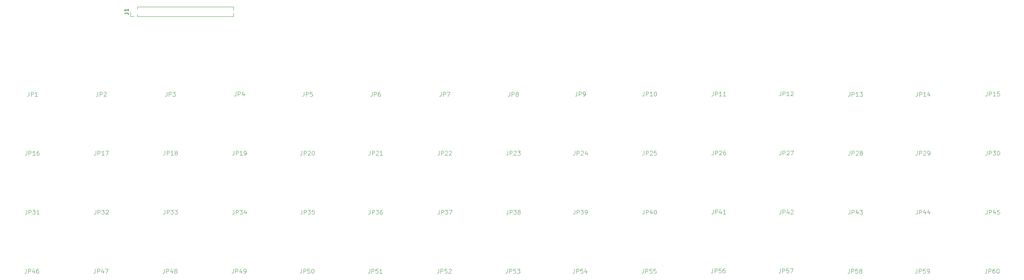
<source format=gbr>
%TF.GenerationSoftware,KiCad,Pcbnew,9.0.1*%
%TF.CreationDate,2025-06-14T18:41:54-05:00*%
%TF.ProjectId,OM-FlexGrid-Flex,4f4d2d46-6c65-4784-9772-69642d466c65,rev?*%
%TF.SameCoordinates,Original*%
%TF.FileFunction,Legend,Top*%
%TF.FilePolarity,Positive*%
%FSLAX46Y46*%
G04 Gerber Fmt 4.6, Leading zero omitted, Abs format (unit mm)*
G04 Created by KiCad (PCBNEW 9.0.1) date 2025-06-14 18:41:54*
%MOMM*%
%LPD*%
G01*
G04 APERTURE LIST*
%ADD10C,0.100000*%
%ADD11C,0.150000*%
%ADD12C,0.120000*%
G04 APERTURE END LIST*
D10*
X120720795Y-84328158D02*
X120720795Y-85042443D01*
X120720795Y-85042443D02*
X120673176Y-85185300D01*
X120673176Y-85185300D02*
X120577938Y-85280539D01*
X120577938Y-85280539D02*
X120435081Y-85328158D01*
X120435081Y-85328158D02*
X120339843Y-85328158D01*
X121196986Y-85328158D02*
X121196986Y-84328158D01*
X121196986Y-84328158D02*
X121577938Y-84328158D01*
X121577938Y-84328158D02*
X121673176Y-84375777D01*
X121673176Y-84375777D02*
X121720795Y-84423396D01*
X121720795Y-84423396D02*
X121768414Y-84518634D01*
X121768414Y-84518634D02*
X121768414Y-84661491D01*
X121768414Y-84661491D02*
X121720795Y-84756729D01*
X121720795Y-84756729D02*
X121673176Y-84804348D01*
X121673176Y-84804348D02*
X121577938Y-84851967D01*
X121577938Y-84851967D02*
X121196986Y-84851967D01*
X122625557Y-84328158D02*
X122435081Y-84328158D01*
X122435081Y-84328158D02*
X122339843Y-84375777D01*
X122339843Y-84375777D02*
X122292224Y-84423396D01*
X122292224Y-84423396D02*
X122196986Y-84566253D01*
X122196986Y-84566253D02*
X122149367Y-84756729D01*
X122149367Y-84756729D02*
X122149367Y-85137681D01*
X122149367Y-85137681D02*
X122196986Y-85232919D01*
X122196986Y-85232919D02*
X122244605Y-85280539D01*
X122244605Y-85280539D02*
X122339843Y-85328158D01*
X122339843Y-85328158D02*
X122530319Y-85328158D01*
X122530319Y-85328158D02*
X122625557Y-85280539D01*
X122625557Y-85280539D02*
X122673176Y-85232919D01*
X122673176Y-85232919D02*
X122720795Y-85137681D01*
X122720795Y-85137681D02*
X122720795Y-84899586D01*
X122720795Y-84899586D02*
X122673176Y-84804348D01*
X122673176Y-84804348D02*
X122625557Y-84756729D01*
X122625557Y-84756729D02*
X122530319Y-84709110D01*
X122530319Y-84709110D02*
X122339843Y-84709110D01*
X122339843Y-84709110D02*
X122244605Y-84756729D01*
X122244605Y-84756729D02*
X122196986Y-84804348D01*
X122196986Y-84804348D02*
X122149367Y-84899586D01*
X120244605Y-98325854D02*
X120244605Y-99040139D01*
X120244605Y-99040139D02*
X120196986Y-99182996D01*
X120196986Y-99182996D02*
X120101748Y-99278235D01*
X120101748Y-99278235D02*
X119958891Y-99325854D01*
X119958891Y-99325854D02*
X119863653Y-99325854D01*
X120720796Y-99325854D02*
X120720796Y-98325854D01*
X120720796Y-98325854D02*
X121101748Y-98325854D01*
X121101748Y-98325854D02*
X121196986Y-98373473D01*
X121196986Y-98373473D02*
X121244605Y-98421092D01*
X121244605Y-98421092D02*
X121292224Y-98516330D01*
X121292224Y-98516330D02*
X121292224Y-98659187D01*
X121292224Y-98659187D02*
X121244605Y-98754425D01*
X121244605Y-98754425D02*
X121196986Y-98802044D01*
X121196986Y-98802044D02*
X121101748Y-98849663D01*
X121101748Y-98849663D02*
X120720796Y-98849663D01*
X121673177Y-98421092D02*
X121720796Y-98373473D01*
X121720796Y-98373473D02*
X121816034Y-98325854D01*
X121816034Y-98325854D02*
X122054129Y-98325854D01*
X122054129Y-98325854D02*
X122149367Y-98373473D01*
X122149367Y-98373473D02*
X122196986Y-98421092D01*
X122196986Y-98421092D02*
X122244605Y-98516330D01*
X122244605Y-98516330D02*
X122244605Y-98611568D01*
X122244605Y-98611568D02*
X122196986Y-98754425D01*
X122196986Y-98754425D02*
X121625558Y-99325854D01*
X121625558Y-99325854D02*
X122244605Y-99325854D01*
X123196986Y-99325854D02*
X122625558Y-99325854D01*
X122911272Y-99325854D02*
X122911272Y-98325854D01*
X122911272Y-98325854D02*
X122816034Y-98468711D01*
X122816034Y-98468711D02*
X122720796Y-98563949D01*
X122720796Y-98563949D02*
X122625558Y-98611568D01*
X120244605Y-112323549D02*
X120244605Y-113037834D01*
X120244605Y-113037834D02*
X120196986Y-113180691D01*
X120196986Y-113180691D02*
X120101748Y-113275930D01*
X120101748Y-113275930D02*
X119958891Y-113323549D01*
X119958891Y-113323549D02*
X119863653Y-113323549D01*
X120720796Y-113323549D02*
X120720796Y-112323549D01*
X120720796Y-112323549D02*
X121101748Y-112323549D01*
X121101748Y-112323549D02*
X121196986Y-112371168D01*
X121196986Y-112371168D02*
X121244605Y-112418787D01*
X121244605Y-112418787D02*
X121292224Y-112514025D01*
X121292224Y-112514025D02*
X121292224Y-112656882D01*
X121292224Y-112656882D02*
X121244605Y-112752120D01*
X121244605Y-112752120D02*
X121196986Y-112799739D01*
X121196986Y-112799739D02*
X121101748Y-112847358D01*
X121101748Y-112847358D02*
X120720796Y-112847358D01*
X121625558Y-112323549D02*
X122244605Y-112323549D01*
X122244605Y-112323549D02*
X121911272Y-112704501D01*
X121911272Y-112704501D02*
X122054129Y-112704501D01*
X122054129Y-112704501D02*
X122149367Y-112752120D01*
X122149367Y-112752120D02*
X122196986Y-112799739D01*
X122196986Y-112799739D02*
X122244605Y-112894977D01*
X122244605Y-112894977D02*
X122244605Y-113133072D01*
X122244605Y-113133072D02*
X122196986Y-113228310D01*
X122196986Y-113228310D02*
X122149367Y-113275930D01*
X122149367Y-113275930D02*
X122054129Y-113323549D01*
X122054129Y-113323549D02*
X121768415Y-113323549D01*
X121768415Y-113323549D02*
X121673177Y-113275930D01*
X121673177Y-113275930D02*
X121625558Y-113228310D01*
X123101748Y-112323549D02*
X122911272Y-112323549D01*
X122911272Y-112323549D02*
X122816034Y-112371168D01*
X122816034Y-112371168D02*
X122768415Y-112418787D01*
X122768415Y-112418787D02*
X122673177Y-112561644D01*
X122673177Y-112561644D02*
X122625558Y-112752120D01*
X122625558Y-112752120D02*
X122625558Y-113133072D01*
X122625558Y-113133072D02*
X122673177Y-113228310D01*
X122673177Y-113228310D02*
X122720796Y-113275930D01*
X122720796Y-113275930D02*
X122816034Y-113323549D01*
X122816034Y-113323549D02*
X123006510Y-113323549D01*
X123006510Y-113323549D02*
X123101748Y-113275930D01*
X123101748Y-113275930D02*
X123149367Y-113228310D01*
X123149367Y-113228310D02*
X123196986Y-113133072D01*
X123196986Y-113133072D02*
X123196986Y-112894977D01*
X123196986Y-112894977D02*
X123149367Y-112799739D01*
X123149367Y-112799739D02*
X123101748Y-112752120D01*
X123101748Y-112752120D02*
X123006510Y-112704501D01*
X123006510Y-112704501D02*
X122816034Y-112704501D01*
X122816034Y-112704501D02*
X122720796Y-112752120D01*
X122720796Y-112752120D02*
X122673177Y-112799739D01*
X122673177Y-112799739D02*
X122625558Y-112894977D01*
X120134341Y-126321245D02*
X120134341Y-127035530D01*
X120134341Y-127035530D02*
X120086722Y-127178387D01*
X120086722Y-127178387D02*
X119991484Y-127273626D01*
X119991484Y-127273626D02*
X119848627Y-127321245D01*
X119848627Y-127321245D02*
X119753389Y-127321245D01*
X120610532Y-127321245D02*
X120610532Y-126321245D01*
X120610532Y-126321245D02*
X120991484Y-126321245D01*
X120991484Y-126321245D02*
X121086722Y-126368864D01*
X121086722Y-126368864D02*
X121134341Y-126416483D01*
X121134341Y-126416483D02*
X121181960Y-126511721D01*
X121181960Y-126511721D02*
X121181960Y-126654578D01*
X121181960Y-126654578D02*
X121134341Y-126749816D01*
X121134341Y-126749816D02*
X121086722Y-126797435D01*
X121086722Y-126797435D02*
X120991484Y-126845054D01*
X120991484Y-126845054D02*
X120610532Y-126845054D01*
X122086722Y-126321245D02*
X121610532Y-126321245D01*
X121610532Y-126321245D02*
X121562913Y-126797435D01*
X121562913Y-126797435D02*
X121610532Y-126749816D01*
X121610532Y-126749816D02*
X121705770Y-126702197D01*
X121705770Y-126702197D02*
X121943865Y-126702197D01*
X121943865Y-126702197D02*
X122039103Y-126749816D01*
X122039103Y-126749816D02*
X122086722Y-126797435D01*
X122086722Y-126797435D02*
X122134341Y-126892673D01*
X122134341Y-126892673D02*
X122134341Y-127130768D01*
X122134341Y-127130768D02*
X122086722Y-127226006D01*
X122086722Y-127226006D02*
X122039103Y-127273626D01*
X122039103Y-127273626D02*
X121943865Y-127321245D01*
X121943865Y-127321245D02*
X121705770Y-127321245D01*
X121705770Y-127321245D02*
X121610532Y-127273626D01*
X121610532Y-127273626D02*
X121562913Y-127226006D01*
X123086722Y-127321245D02*
X122515294Y-127321245D01*
X122801008Y-127321245D02*
X122801008Y-126321245D01*
X122801008Y-126321245D02*
X122705770Y-126464102D01*
X122705770Y-126464102D02*
X122610532Y-126559340D01*
X122610532Y-126559340D02*
X122515294Y-126606959D01*
X104581059Y-84328158D02*
X104581059Y-85042443D01*
X104581059Y-85042443D02*
X104533440Y-85185300D01*
X104533440Y-85185300D02*
X104438202Y-85280539D01*
X104438202Y-85280539D02*
X104295345Y-85328158D01*
X104295345Y-85328158D02*
X104200107Y-85328158D01*
X105057250Y-85328158D02*
X105057250Y-84328158D01*
X105057250Y-84328158D02*
X105438202Y-84328158D01*
X105438202Y-84328158D02*
X105533440Y-84375777D01*
X105533440Y-84375777D02*
X105581059Y-84423396D01*
X105581059Y-84423396D02*
X105628678Y-84518634D01*
X105628678Y-84518634D02*
X105628678Y-84661491D01*
X105628678Y-84661491D02*
X105581059Y-84756729D01*
X105581059Y-84756729D02*
X105533440Y-84804348D01*
X105533440Y-84804348D02*
X105438202Y-84851967D01*
X105438202Y-84851967D02*
X105057250Y-84851967D01*
X106533440Y-84328158D02*
X106057250Y-84328158D01*
X106057250Y-84328158D02*
X106009631Y-84804348D01*
X106009631Y-84804348D02*
X106057250Y-84756729D01*
X106057250Y-84756729D02*
X106152488Y-84709110D01*
X106152488Y-84709110D02*
X106390583Y-84709110D01*
X106390583Y-84709110D02*
X106485821Y-84756729D01*
X106485821Y-84756729D02*
X106533440Y-84804348D01*
X106533440Y-84804348D02*
X106581059Y-84899586D01*
X106581059Y-84899586D02*
X106581059Y-85137681D01*
X106581059Y-85137681D02*
X106533440Y-85232919D01*
X106533440Y-85232919D02*
X106485821Y-85280539D01*
X106485821Y-85280539D02*
X106390583Y-85328158D01*
X106390583Y-85328158D02*
X106152488Y-85328158D01*
X106152488Y-85328158D02*
X106057250Y-85280539D01*
X106057250Y-85280539D02*
X106009631Y-85232919D01*
X104104869Y-98325854D02*
X104104869Y-99040139D01*
X104104869Y-99040139D02*
X104057250Y-99182996D01*
X104057250Y-99182996D02*
X103962012Y-99278235D01*
X103962012Y-99278235D02*
X103819155Y-99325854D01*
X103819155Y-99325854D02*
X103723917Y-99325854D01*
X104581060Y-99325854D02*
X104581060Y-98325854D01*
X104581060Y-98325854D02*
X104962012Y-98325854D01*
X104962012Y-98325854D02*
X105057250Y-98373473D01*
X105057250Y-98373473D02*
X105104869Y-98421092D01*
X105104869Y-98421092D02*
X105152488Y-98516330D01*
X105152488Y-98516330D02*
X105152488Y-98659187D01*
X105152488Y-98659187D02*
X105104869Y-98754425D01*
X105104869Y-98754425D02*
X105057250Y-98802044D01*
X105057250Y-98802044D02*
X104962012Y-98849663D01*
X104962012Y-98849663D02*
X104581060Y-98849663D01*
X105533441Y-98421092D02*
X105581060Y-98373473D01*
X105581060Y-98373473D02*
X105676298Y-98325854D01*
X105676298Y-98325854D02*
X105914393Y-98325854D01*
X105914393Y-98325854D02*
X106009631Y-98373473D01*
X106009631Y-98373473D02*
X106057250Y-98421092D01*
X106057250Y-98421092D02*
X106104869Y-98516330D01*
X106104869Y-98516330D02*
X106104869Y-98611568D01*
X106104869Y-98611568D02*
X106057250Y-98754425D01*
X106057250Y-98754425D02*
X105485822Y-99325854D01*
X105485822Y-99325854D02*
X106104869Y-99325854D01*
X106723917Y-98325854D02*
X106819155Y-98325854D01*
X106819155Y-98325854D02*
X106914393Y-98373473D01*
X106914393Y-98373473D02*
X106962012Y-98421092D01*
X106962012Y-98421092D02*
X107009631Y-98516330D01*
X107009631Y-98516330D02*
X107057250Y-98706806D01*
X107057250Y-98706806D02*
X107057250Y-98944901D01*
X107057250Y-98944901D02*
X107009631Y-99135377D01*
X107009631Y-99135377D02*
X106962012Y-99230615D01*
X106962012Y-99230615D02*
X106914393Y-99278235D01*
X106914393Y-99278235D02*
X106819155Y-99325854D01*
X106819155Y-99325854D02*
X106723917Y-99325854D01*
X106723917Y-99325854D02*
X106628679Y-99278235D01*
X106628679Y-99278235D02*
X106581060Y-99230615D01*
X106581060Y-99230615D02*
X106533441Y-99135377D01*
X106533441Y-99135377D02*
X106485822Y-98944901D01*
X106485822Y-98944901D02*
X106485822Y-98706806D01*
X106485822Y-98706806D02*
X106533441Y-98516330D01*
X106533441Y-98516330D02*
X106581060Y-98421092D01*
X106581060Y-98421092D02*
X106628679Y-98373473D01*
X106628679Y-98373473D02*
X106723917Y-98325854D01*
X137081059Y-84328158D02*
X137081059Y-85042443D01*
X137081059Y-85042443D02*
X137033440Y-85185300D01*
X137033440Y-85185300D02*
X136938202Y-85280539D01*
X136938202Y-85280539D02*
X136795345Y-85328158D01*
X136795345Y-85328158D02*
X136700107Y-85328158D01*
X137557250Y-85328158D02*
X137557250Y-84328158D01*
X137557250Y-84328158D02*
X137938202Y-84328158D01*
X137938202Y-84328158D02*
X138033440Y-84375777D01*
X138033440Y-84375777D02*
X138081059Y-84423396D01*
X138081059Y-84423396D02*
X138128678Y-84518634D01*
X138128678Y-84518634D02*
X138128678Y-84661491D01*
X138128678Y-84661491D02*
X138081059Y-84756729D01*
X138081059Y-84756729D02*
X138033440Y-84804348D01*
X138033440Y-84804348D02*
X137938202Y-84851967D01*
X137938202Y-84851967D02*
X137557250Y-84851967D01*
X138462012Y-84328158D02*
X139128678Y-84328158D01*
X139128678Y-84328158D02*
X138700107Y-85328158D01*
X88006158Y-112323549D02*
X88006158Y-113037834D01*
X88006158Y-113037834D02*
X87958539Y-113180691D01*
X87958539Y-113180691D02*
X87863301Y-113275930D01*
X87863301Y-113275930D02*
X87720444Y-113323549D01*
X87720444Y-113323549D02*
X87625206Y-113323549D01*
X88482349Y-113323549D02*
X88482349Y-112323549D01*
X88482349Y-112323549D02*
X88863301Y-112323549D01*
X88863301Y-112323549D02*
X88958539Y-112371168D01*
X88958539Y-112371168D02*
X89006158Y-112418787D01*
X89006158Y-112418787D02*
X89053777Y-112514025D01*
X89053777Y-112514025D02*
X89053777Y-112656882D01*
X89053777Y-112656882D02*
X89006158Y-112752120D01*
X89006158Y-112752120D02*
X88958539Y-112799739D01*
X88958539Y-112799739D02*
X88863301Y-112847358D01*
X88863301Y-112847358D02*
X88482349Y-112847358D01*
X89387111Y-112323549D02*
X90006158Y-112323549D01*
X90006158Y-112323549D02*
X89672825Y-112704501D01*
X89672825Y-112704501D02*
X89815682Y-112704501D01*
X89815682Y-112704501D02*
X89910920Y-112752120D01*
X89910920Y-112752120D02*
X89958539Y-112799739D01*
X89958539Y-112799739D02*
X90006158Y-112894977D01*
X90006158Y-112894977D02*
X90006158Y-113133072D01*
X90006158Y-113133072D02*
X89958539Y-113228310D01*
X89958539Y-113228310D02*
X89910920Y-113275930D01*
X89910920Y-113275930D02*
X89815682Y-113323549D01*
X89815682Y-113323549D02*
X89529968Y-113323549D01*
X89529968Y-113323549D02*
X89434730Y-113275930D01*
X89434730Y-113275930D02*
X89387111Y-113228310D01*
X90863301Y-112656882D02*
X90863301Y-113323549D01*
X90625206Y-112275930D02*
X90387111Y-112990215D01*
X90387111Y-112990215D02*
X91006158Y-112990215D01*
X217494605Y-84220150D02*
X217494605Y-84934435D01*
X217494605Y-84934435D02*
X217446986Y-85077292D01*
X217446986Y-85077292D02*
X217351748Y-85172531D01*
X217351748Y-85172531D02*
X217208891Y-85220150D01*
X217208891Y-85220150D02*
X217113653Y-85220150D01*
X217970796Y-85220150D02*
X217970796Y-84220150D01*
X217970796Y-84220150D02*
X218351748Y-84220150D01*
X218351748Y-84220150D02*
X218446986Y-84267769D01*
X218446986Y-84267769D02*
X218494605Y-84315388D01*
X218494605Y-84315388D02*
X218542224Y-84410626D01*
X218542224Y-84410626D02*
X218542224Y-84553483D01*
X218542224Y-84553483D02*
X218494605Y-84648721D01*
X218494605Y-84648721D02*
X218446986Y-84696340D01*
X218446986Y-84696340D02*
X218351748Y-84743959D01*
X218351748Y-84743959D02*
X217970796Y-84743959D01*
X219494605Y-85220150D02*
X218923177Y-85220150D01*
X219208891Y-85220150D02*
X219208891Y-84220150D01*
X219208891Y-84220150D02*
X219113653Y-84363007D01*
X219113653Y-84363007D02*
X219018415Y-84458245D01*
X219018415Y-84458245D02*
X218923177Y-84505864D01*
X219875558Y-84315388D02*
X219923177Y-84267769D01*
X219923177Y-84267769D02*
X220018415Y-84220150D01*
X220018415Y-84220150D02*
X220256510Y-84220150D01*
X220256510Y-84220150D02*
X220351748Y-84267769D01*
X220351748Y-84267769D02*
X220399367Y-84315388D01*
X220399367Y-84315388D02*
X220446986Y-84410626D01*
X220446986Y-84410626D02*
X220446986Y-84505864D01*
X220446986Y-84505864D02*
X220399367Y-84648721D01*
X220399367Y-84648721D02*
X219827939Y-85220150D01*
X219827939Y-85220150D02*
X220446986Y-85220150D01*
X38826665Y-126321245D02*
X38826665Y-127035530D01*
X38826665Y-127035530D02*
X38779046Y-127178387D01*
X38779046Y-127178387D02*
X38683808Y-127273626D01*
X38683808Y-127273626D02*
X38540951Y-127321245D01*
X38540951Y-127321245D02*
X38445713Y-127321245D01*
X39302856Y-127321245D02*
X39302856Y-126321245D01*
X39302856Y-126321245D02*
X39683808Y-126321245D01*
X39683808Y-126321245D02*
X39779046Y-126368864D01*
X39779046Y-126368864D02*
X39826665Y-126416483D01*
X39826665Y-126416483D02*
X39874284Y-126511721D01*
X39874284Y-126511721D02*
X39874284Y-126654578D01*
X39874284Y-126654578D02*
X39826665Y-126749816D01*
X39826665Y-126749816D02*
X39779046Y-126797435D01*
X39779046Y-126797435D02*
X39683808Y-126845054D01*
X39683808Y-126845054D02*
X39302856Y-126845054D01*
X40731427Y-126654578D02*
X40731427Y-127321245D01*
X40493332Y-126273626D02*
X40255237Y-126987911D01*
X40255237Y-126987911D02*
X40874284Y-126987911D01*
X41683808Y-126321245D02*
X41493332Y-126321245D01*
X41493332Y-126321245D02*
X41398094Y-126368864D01*
X41398094Y-126368864D02*
X41350475Y-126416483D01*
X41350475Y-126416483D02*
X41255237Y-126559340D01*
X41255237Y-126559340D02*
X41207618Y-126749816D01*
X41207618Y-126749816D02*
X41207618Y-127130768D01*
X41207618Y-127130768D02*
X41255237Y-127226006D01*
X41255237Y-127226006D02*
X41302856Y-127273626D01*
X41302856Y-127273626D02*
X41398094Y-127321245D01*
X41398094Y-127321245D02*
X41588570Y-127321245D01*
X41588570Y-127321245D02*
X41683808Y-127273626D01*
X41683808Y-127273626D02*
X41731427Y-127226006D01*
X41731427Y-127226006D02*
X41779046Y-127130768D01*
X41779046Y-127130768D02*
X41779046Y-126892673D01*
X41779046Y-126892673D02*
X41731427Y-126797435D01*
X41731427Y-126797435D02*
X41683808Y-126749816D01*
X41683808Y-126749816D02*
X41588570Y-126702197D01*
X41588570Y-126702197D02*
X41398094Y-126702197D01*
X41398094Y-126702197D02*
X41302856Y-126749816D01*
X41302856Y-126749816D02*
X41255237Y-126797435D01*
X41255237Y-126797435D02*
X41207618Y-126892673D01*
X152744605Y-126321245D02*
X152744605Y-127035530D01*
X152744605Y-127035530D02*
X152696986Y-127178387D01*
X152696986Y-127178387D02*
X152601748Y-127273626D01*
X152601748Y-127273626D02*
X152458891Y-127321245D01*
X152458891Y-127321245D02*
X152363653Y-127321245D01*
X153220796Y-127321245D02*
X153220796Y-126321245D01*
X153220796Y-126321245D02*
X153601748Y-126321245D01*
X153601748Y-126321245D02*
X153696986Y-126368864D01*
X153696986Y-126368864D02*
X153744605Y-126416483D01*
X153744605Y-126416483D02*
X153792224Y-126511721D01*
X153792224Y-126511721D02*
X153792224Y-126654578D01*
X153792224Y-126654578D02*
X153744605Y-126749816D01*
X153744605Y-126749816D02*
X153696986Y-126797435D01*
X153696986Y-126797435D02*
X153601748Y-126845054D01*
X153601748Y-126845054D02*
X153220796Y-126845054D01*
X154696986Y-126321245D02*
X154220796Y-126321245D01*
X154220796Y-126321245D02*
X154173177Y-126797435D01*
X154173177Y-126797435D02*
X154220796Y-126749816D01*
X154220796Y-126749816D02*
X154316034Y-126702197D01*
X154316034Y-126702197D02*
X154554129Y-126702197D01*
X154554129Y-126702197D02*
X154649367Y-126749816D01*
X154649367Y-126749816D02*
X154696986Y-126797435D01*
X154696986Y-126797435D02*
X154744605Y-126892673D01*
X154744605Y-126892673D02*
X154744605Y-127130768D01*
X154744605Y-127130768D02*
X154696986Y-127226006D01*
X154696986Y-127226006D02*
X154649367Y-127273626D01*
X154649367Y-127273626D02*
X154554129Y-127321245D01*
X154554129Y-127321245D02*
X154316034Y-127321245D01*
X154316034Y-127321245D02*
X154220796Y-127273626D01*
X154220796Y-127273626D02*
X154173177Y-127226006D01*
X155077939Y-126321245D02*
X155696986Y-126321245D01*
X155696986Y-126321245D02*
X155363653Y-126702197D01*
X155363653Y-126702197D02*
X155506510Y-126702197D01*
X155506510Y-126702197D02*
X155601748Y-126749816D01*
X155601748Y-126749816D02*
X155649367Y-126797435D01*
X155649367Y-126797435D02*
X155696986Y-126892673D01*
X155696986Y-126892673D02*
X155696986Y-127130768D01*
X155696986Y-127130768D02*
X155649367Y-127226006D01*
X155649367Y-127226006D02*
X155601748Y-127273626D01*
X155601748Y-127273626D02*
X155506510Y-127321245D01*
X155506510Y-127321245D02*
X155220796Y-127321245D01*
X155220796Y-127321245D02*
X155125558Y-127273626D01*
X155125558Y-127273626D02*
X155077939Y-127226006D01*
X136604869Y-112323549D02*
X136604869Y-113037834D01*
X136604869Y-113037834D02*
X136557250Y-113180691D01*
X136557250Y-113180691D02*
X136462012Y-113275930D01*
X136462012Y-113275930D02*
X136319155Y-113323549D01*
X136319155Y-113323549D02*
X136223917Y-113323549D01*
X137081060Y-113323549D02*
X137081060Y-112323549D01*
X137081060Y-112323549D02*
X137462012Y-112323549D01*
X137462012Y-112323549D02*
X137557250Y-112371168D01*
X137557250Y-112371168D02*
X137604869Y-112418787D01*
X137604869Y-112418787D02*
X137652488Y-112514025D01*
X137652488Y-112514025D02*
X137652488Y-112656882D01*
X137652488Y-112656882D02*
X137604869Y-112752120D01*
X137604869Y-112752120D02*
X137557250Y-112799739D01*
X137557250Y-112799739D02*
X137462012Y-112847358D01*
X137462012Y-112847358D02*
X137081060Y-112847358D01*
X137985822Y-112323549D02*
X138604869Y-112323549D01*
X138604869Y-112323549D02*
X138271536Y-112704501D01*
X138271536Y-112704501D02*
X138414393Y-112704501D01*
X138414393Y-112704501D02*
X138509631Y-112752120D01*
X138509631Y-112752120D02*
X138557250Y-112799739D01*
X138557250Y-112799739D02*
X138604869Y-112894977D01*
X138604869Y-112894977D02*
X138604869Y-113133072D01*
X138604869Y-113133072D02*
X138557250Y-113228310D01*
X138557250Y-113228310D02*
X138509631Y-113275930D01*
X138509631Y-113275930D02*
X138414393Y-113323549D01*
X138414393Y-113323549D02*
X138128679Y-113323549D01*
X138128679Y-113323549D02*
X138033441Y-113275930D01*
X138033441Y-113275930D02*
X137985822Y-113228310D01*
X138938203Y-112323549D02*
X139604869Y-112323549D01*
X139604869Y-112323549D02*
X139176298Y-113323549D01*
X201384341Y-126259723D02*
X201384341Y-126974008D01*
X201384341Y-126974008D02*
X201336722Y-127116865D01*
X201336722Y-127116865D02*
X201241484Y-127212104D01*
X201241484Y-127212104D02*
X201098627Y-127259723D01*
X201098627Y-127259723D02*
X201003389Y-127259723D01*
X201860532Y-127259723D02*
X201860532Y-126259723D01*
X201860532Y-126259723D02*
X202241484Y-126259723D01*
X202241484Y-126259723D02*
X202336722Y-126307342D01*
X202336722Y-126307342D02*
X202384341Y-126354961D01*
X202384341Y-126354961D02*
X202431960Y-126450199D01*
X202431960Y-126450199D02*
X202431960Y-126593056D01*
X202431960Y-126593056D02*
X202384341Y-126688294D01*
X202384341Y-126688294D02*
X202336722Y-126735913D01*
X202336722Y-126735913D02*
X202241484Y-126783532D01*
X202241484Y-126783532D02*
X201860532Y-126783532D01*
X203336722Y-126259723D02*
X202860532Y-126259723D01*
X202860532Y-126259723D02*
X202812913Y-126735913D01*
X202812913Y-126735913D02*
X202860532Y-126688294D01*
X202860532Y-126688294D02*
X202955770Y-126640675D01*
X202955770Y-126640675D02*
X203193865Y-126640675D01*
X203193865Y-126640675D02*
X203289103Y-126688294D01*
X203289103Y-126688294D02*
X203336722Y-126735913D01*
X203336722Y-126735913D02*
X203384341Y-126831151D01*
X203384341Y-126831151D02*
X203384341Y-127069246D01*
X203384341Y-127069246D02*
X203336722Y-127164484D01*
X203336722Y-127164484D02*
X203289103Y-127212104D01*
X203289103Y-127212104D02*
X203193865Y-127259723D01*
X203193865Y-127259723D02*
X202955770Y-127259723D01*
X202955770Y-127259723D02*
X202860532Y-127212104D01*
X202860532Y-127212104D02*
X202812913Y-127164484D01*
X204241484Y-126259723D02*
X204051008Y-126259723D01*
X204051008Y-126259723D02*
X203955770Y-126307342D01*
X203955770Y-126307342D02*
X203908151Y-126354961D01*
X203908151Y-126354961D02*
X203812913Y-126497818D01*
X203812913Y-126497818D02*
X203765294Y-126688294D01*
X203765294Y-126688294D02*
X203765294Y-127069246D01*
X203765294Y-127069246D02*
X203812913Y-127164484D01*
X203812913Y-127164484D02*
X203860532Y-127212104D01*
X203860532Y-127212104D02*
X203955770Y-127259723D01*
X203955770Y-127259723D02*
X204146246Y-127259723D01*
X204146246Y-127259723D02*
X204241484Y-127212104D01*
X204241484Y-127212104D02*
X204289103Y-127164484D01*
X204289103Y-127164484D02*
X204336722Y-127069246D01*
X204336722Y-127069246D02*
X204336722Y-126831151D01*
X204336722Y-126831151D02*
X204289103Y-126735913D01*
X204289103Y-126735913D02*
X204241484Y-126688294D01*
X204241484Y-126688294D02*
X204146246Y-126640675D01*
X204146246Y-126640675D02*
X203955770Y-126640675D01*
X203955770Y-126640675D02*
X203860532Y-126688294D01*
X203860532Y-126688294D02*
X203812913Y-126735913D01*
X203812913Y-126735913D02*
X203765294Y-126831151D01*
X168744605Y-112323549D02*
X168744605Y-113037834D01*
X168744605Y-113037834D02*
X168696986Y-113180691D01*
X168696986Y-113180691D02*
X168601748Y-113275930D01*
X168601748Y-113275930D02*
X168458891Y-113323549D01*
X168458891Y-113323549D02*
X168363653Y-113323549D01*
X169220796Y-113323549D02*
X169220796Y-112323549D01*
X169220796Y-112323549D02*
X169601748Y-112323549D01*
X169601748Y-112323549D02*
X169696986Y-112371168D01*
X169696986Y-112371168D02*
X169744605Y-112418787D01*
X169744605Y-112418787D02*
X169792224Y-112514025D01*
X169792224Y-112514025D02*
X169792224Y-112656882D01*
X169792224Y-112656882D02*
X169744605Y-112752120D01*
X169744605Y-112752120D02*
X169696986Y-112799739D01*
X169696986Y-112799739D02*
X169601748Y-112847358D01*
X169601748Y-112847358D02*
X169220796Y-112847358D01*
X170125558Y-112323549D02*
X170744605Y-112323549D01*
X170744605Y-112323549D02*
X170411272Y-112704501D01*
X170411272Y-112704501D02*
X170554129Y-112704501D01*
X170554129Y-112704501D02*
X170649367Y-112752120D01*
X170649367Y-112752120D02*
X170696986Y-112799739D01*
X170696986Y-112799739D02*
X170744605Y-112894977D01*
X170744605Y-112894977D02*
X170744605Y-113133072D01*
X170744605Y-113133072D02*
X170696986Y-113228310D01*
X170696986Y-113228310D02*
X170649367Y-113275930D01*
X170649367Y-113275930D02*
X170554129Y-113323549D01*
X170554129Y-113323549D02*
X170268415Y-113323549D01*
X170268415Y-113323549D02*
X170173177Y-113275930D01*
X170173177Y-113275930D02*
X170125558Y-113228310D01*
X171220796Y-113323549D02*
X171411272Y-113323549D01*
X171411272Y-113323549D02*
X171506510Y-113275930D01*
X171506510Y-113275930D02*
X171554129Y-113228310D01*
X171554129Y-113228310D02*
X171649367Y-113085453D01*
X171649367Y-113085453D02*
X171696986Y-112894977D01*
X171696986Y-112894977D02*
X171696986Y-112514025D01*
X171696986Y-112514025D02*
X171649367Y-112418787D01*
X171649367Y-112418787D02*
X171601748Y-112371168D01*
X171601748Y-112371168D02*
X171506510Y-112323549D01*
X171506510Y-112323549D02*
X171316034Y-112323549D01*
X171316034Y-112323549D02*
X171220796Y-112371168D01*
X171220796Y-112371168D02*
X171173177Y-112418787D01*
X171173177Y-112418787D02*
X171125558Y-112514025D01*
X171125558Y-112514025D02*
X171125558Y-112752120D01*
X171125558Y-112752120D02*
X171173177Y-112847358D01*
X171173177Y-112847358D02*
X171220796Y-112894977D01*
X171220796Y-112894977D02*
X171316034Y-112942596D01*
X171316034Y-112942596D02*
X171506510Y-112942596D01*
X171506510Y-112942596D02*
X171601748Y-112894977D01*
X171601748Y-112894977D02*
X171649367Y-112847358D01*
X171649367Y-112847358D02*
X171696986Y-112752120D01*
X249854869Y-84328158D02*
X249854869Y-85042443D01*
X249854869Y-85042443D02*
X249807250Y-85185300D01*
X249807250Y-85185300D02*
X249712012Y-85280539D01*
X249712012Y-85280539D02*
X249569155Y-85328158D01*
X249569155Y-85328158D02*
X249473917Y-85328158D01*
X250331060Y-85328158D02*
X250331060Y-84328158D01*
X250331060Y-84328158D02*
X250712012Y-84328158D01*
X250712012Y-84328158D02*
X250807250Y-84375777D01*
X250807250Y-84375777D02*
X250854869Y-84423396D01*
X250854869Y-84423396D02*
X250902488Y-84518634D01*
X250902488Y-84518634D02*
X250902488Y-84661491D01*
X250902488Y-84661491D02*
X250854869Y-84756729D01*
X250854869Y-84756729D02*
X250807250Y-84804348D01*
X250807250Y-84804348D02*
X250712012Y-84851967D01*
X250712012Y-84851967D02*
X250331060Y-84851967D01*
X251854869Y-85328158D02*
X251283441Y-85328158D01*
X251569155Y-85328158D02*
X251569155Y-84328158D01*
X251569155Y-84328158D02*
X251473917Y-84471015D01*
X251473917Y-84471015D02*
X251378679Y-84566253D01*
X251378679Y-84566253D02*
X251283441Y-84613872D01*
X252712012Y-84661491D02*
X252712012Y-85328158D01*
X252473917Y-84280539D02*
X252235822Y-84994824D01*
X252235822Y-84994824D02*
X252854869Y-84994824D01*
X249854869Y-98325854D02*
X249854869Y-99040139D01*
X249854869Y-99040139D02*
X249807250Y-99182996D01*
X249807250Y-99182996D02*
X249712012Y-99278235D01*
X249712012Y-99278235D02*
X249569155Y-99325854D01*
X249569155Y-99325854D02*
X249473917Y-99325854D01*
X250331060Y-99325854D02*
X250331060Y-98325854D01*
X250331060Y-98325854D02*
X250712012Y-98325854D01*
X250712012Y-98325854D02*
X250807250Y-98373473D01*
X250807250Y-98373473D02*
X250854869Y-98421092D01*
X250854869Y-98421092D02*
X250902488Y-98516330D01*
X250902488Y-98516330D02*
X250902488Y-98659187D01*
X250902488Y-98659187D02*
X250854869Y-98754425D01*
X250854869Y-98754425D02*
X250807250Y-98802044D01*
X250807250Y-98802044D02*
X250712012Y-98849663D01*
X250712012Y-98849663D02*
X250331060Y-98849663D01*
X251283441Y-98421092D02*
X251331060Y-98373473D01*
X251331060Y-98373473D02*
X251426298Y-98325854D01*
X251426298Y-98325854D02*
X251664393Y-98325854D01*
X251664393Y-98325854D02*
X251759631Y-98373473D01*
X251759631Y-98373473D02*
X251807250Y-98421092D01*
X251807250Y-98421092D02*
X251854869Y-98516330D01*
X251854869Y-98516330D02*
X251854869Y-98611568D01*
X251854869Y-98611568D02*
X251807250Y-98754425D01*
X251807250Y-98754425D02*
X251235822Y-99325854D01*
X251235822Y-99325854D02*
X251854869Y-99325854D01*
X252331060Y-99325854D02*
X252521536Y-99325854D01*
X252521536Y-99325854D02*
X252616774Y-99278235D01*
X252616774Y-99278235D02*
X252664393Y-99230615D01*
X252664393Y-99230615D02*
X252759631Y-99087758D01*
X252759631Y-99087758D02*
X252807250Y-98897282D01*
X252807250Y-98897282D02*
X252807250Y-98516330D01*
X252807250Y-98516330D02*
X252759631Y-98421092D01*
X252759631Y-98421092D02*
X252712012Y-98373473D01*
X252712012Y-98373473D02*
X252616774Y-98325854D01*
X252616774Y-98325854D02*
X252426298Y-98325854D01*
X252426298Y-98325854D02*
X252331060Y-98373473D01*
X252331060Y-98373473D02*
X252283441Y-98421092D01*
X252283441Y-98421092D02*
X252235822Y-98516330D01*
X252235822Y-98516330D02*
X252235822Y-98754425D01*
X252235822Y-98754425D02*
X252283441Y-98849663D01*
X252283441Y-98849663D02*
X252331060Y-98897282D01*
X252331060Y-98897282D02*
X252426298Y-98944901D01*
X252426298Y-98944901D02*
X252616774Y-98944901D01*
X252616774Y-98944901D02*
X252712012Y-98897282D01*
X252712012Y-98897282D02*
X252759631Y-98849663D01*
X252759631Y-98849663D02*
X252807250Y-98754425D01*
X168634341Y-126321245D02*
X168634341Y-127035530D01*
X168634341Y-127035530D02*
X168586722Y-127178387D01*
X168586722Y-127178387D02*
X168491484Y-127273626D01*
X168491484Y-127273626D02*
X168348627Y-127321245D01*
X168348627Y-127321245D02*
X168253389Y-127321245D01*
X169110532Y-127321245D02*
X169110532Y-126321245D01*
X169110532Y-126321245D02*
X169491484Y-126321245D01*
X169491484Y-126321245D02*
X169586722Y-126368864D01*
X169586722Y-126368864D02*
X169634341Y-126416483D01*
X169634341Y-126416483D02*
X169681960Y-126511721D01*
X169681960Y-126511721D02*
X169681960Y-126654578D01*
X169681960Y-126654578D02*
X169634341Y-126749816D01*
X169634341Y-126749816D02*
X169586722Y-126797435D01*
X169586722Y-126797435D02*
X169491484Y-126845054D01*
X169491484Y-126845054D02*
X169110532Y-126845054D01*
X170586722Y-126321245D02*
X170110532Y-126321245D01*
X170110532Y-126321245D02*
X170062913Y-126797435D01*
X170062913Y-126797435D02*
X170110532Y-126749816D01*
X170110532Y-126749816D02*
X170205770Y-126702197D01*
X170205770Y-126702197D02*
X170443865Y-126702197D01*
X170443865Y-126702197D02*
X170539103Y-126749816D01*
X170539103Y-126749816D02*
X170586722Y-126797435D01*
X170586722Y-126797435D02*
X170634341Y-126892673D01*
X170634341Y-126892673D02*
X170634341Y-127130768D01*
X170634341Y-127130768D02*
X170586722Y-127226006D01*
X170586722Y-127226006D02*
X170539103Y-127273626D01*
X170539103Y-127273626D02*
X170443865Y-127321245D01*
X170443865Y-127321245D02*
X170205770Y-127321245D01*
X170205770Y-127321245D02*
X170110532Y-127273626D01*
X170110532Y-127273626D02*
X170062913Y-127226006D01*
X171491484Y-126654578D02*
X171491484Y-127321245D01*
X171253389Y-126273626D02*
X171015294Y-126987911D01*
X171015294Y-126987911D02*
X171634341Y-126987911D01*
X249854869Y-112323549D02*
X249854869Y-113037834D01*
X249854869Y-113037834D02*
X249807250Y-113180691D01*
X249807250Y-113180691D02*
X249712012Y-113275930D01*
X249712012Y-113275930D02*
X249569155Y-113323549D01*
X249569155Y-113323549D02*
X249473917Y-113323549D01*
X250331060Y-113323549D02*
X250331060Y-112323549D01*
X250331060Y-112323549D02*
X250712012Y-112323549D01*
X250712012Y-112323549D02*
X250807250Y-112371168D01*
X250807250Y-112371168D02*
X250854869Y-112418787D01*
X250854869Y-112418787D02*
X250902488Y-112514025D01*
X250902488Y-112514025D02*
X250902488Y-112656882D01*
X250902488Y-112656882D02*
X250854869Y-112752120D01*
X250854869Y-112752120D02*
X250807250Y-112799739D01*
X250807250Y-112799739D02*
X250712012Y-112847358D01*
X250712012Y-112847358D02*
X250331060Y-112847358D01*
X251759631Y-112656882D02*
X251759631Y-113323549D01*
X251521536Y-112275930D02*
X251283441Y-112990215D01*
X251283441Y-112990215D02*
X251902488Y-112990215D01*
X252712012Y-112656882D02*
X252712012Y-113323549D01*
X252473917Y-112275930D02*
X252235822Y-112990215D01*
X252235822Y-112990215D02*
X252854869Y-112990215D01*
X55293339Y-112323549D02*
X55293339Y-113037834D01*
X55293339Y-113037834D02*
X55245720Y-113180691D01*
X55245720Y-113180691D02*
X55150482Y-113275930D01*
X55150482Y-113275930D02*
X55007625Y-113323549D01*
X55007625Y-113323549D02*
X54912387Y-113323549D01*
X55769530Y-113323549D02*
X55769530Y-112323549D01*
X55769530Y-112323549D02*
X56150482Y-112323549D01*
X56150482Y-112323549D02*
X56245720Y-112371168D01*
X56245720Y-112371168D02*
X56293339Y-112418787D01*
X56293339Y-112418787D02*
X56340958Y-112514025D01*
X56340958Y-112514025D02*
X56340958Y-112656882D01*
X56340958Y-112656882D02*
X56293339Y-112752120D01*
X56293339Y-112752120D02*
X56245720Y-112799739D01*
X56245720Y-112799739D02*
X56150482Y-112847358D01*
X56150482Y-112847358D02*
X55769530Y-112847358D01*
X56674292Y-112323549D02*
X57293339Y-112323549D01*
X57293339Y-112323549D02*
X56960006Y-112704501D01*
X56960006Y-112704501D02*
X57102863Y-112704501D01*
X57102863Y-112704501D02*
X57198101Y-112752120D01*
X57198101Y-112752120D02*
X57245720Y-112799739D01*
X57245720Y-112799739D02*
X57293339Y-112894977D01*
X57293339Y-112894977D02*
X57293339Y-113133072D01*
X57293339Y-113133072D02*
X57245720Y-113228310D01*
X57245720Y-113228310D02*
X57198101Y-113275930D01*
X57198101Y-113275930D02*
X57102863Y-113323549D01*
X57102863Y-113323549D02*
X56817149Y-113323549D01*
X56817149Y-113323549D02*
X56721911Y-113275930D01*
X56721911Y-113275930D02*
X56674292Y-113228310D01*
X57674292Y-112418787D02*
X57721911Y-112371168D01*
X57721911Y-112371168D02*
X57817149Y-112323549D01*
X57817149Y-112323549D02*
X58055244Y-112323549D01*
X58055244Y-112323549D02*
X58150482Y-112371168D01*
X58150482Y-112371168D02*
X58198101Y-112418787D01*
X58198101Y-112418787D02*
X58245720Y-112514025D01*
X58245720Y-112514025D02*
X58245720Y-112609263D01*
X58245720Y-112609263D02*
X58198101Y-112752120D01*
X58198101Y-112752120D02*
X57626673Y-113323549D01*
X57626673Y-113323549D02*
X58245720Y-113323549D01*
X55293339Y-98325854D02*
X55293339Y-99040139D01*
X55293339Y-99040139D02*
X55245720Y-99182996D01*
X55245720Y-99182996D02*
X55150482Y-99278235D01*
X55150482Y-99278235D02*
X55007625Y-99325854D01*
X55007625Y-99325854D02*
X54912387Y-99325854D01*
X55769530Y-99325854D02*
X55769530Y-98325854D01*
X55769530Y-98325854D02*
X56150482Y-98325854D01*
X56150482Y-98325854D02*
X56245720Y-98373473D01*
X56245720Y-98373473D02*
X56293339Y-98421092D01*
X56293339Y-98421092D02*
X56340958Y-98516330D01*
X56340958Y-98516330D02*
X56340958Y-98659187D01*
X56340958Y-98659187D02*
X56293339Y-98754425D01*
X56293339Y-98754425D02*
X56245720Y-98802044D01*
X56245720Y-98802044D02*
X56150482Y-98849663D01*
X56150482Y-98849663D02*
X55769530Y-98849663D01*
X57293339Y-99325854D02*
X56721911Y-99325854D01*
X57007625Y-99325854D02*
X57007625Y-98325854D01*
X57007625Y-98325854D02*
X56912387Y-98468711D01*
X56912387Y-98468711D02*
X56817149Y-98563949D01*
X56817149Y-98563949D02*
X56721911Y-98611568D01*
X57626673Y-98325854D02*
X58293339Y-98325854D01*
X58293339Y-98325854D02*
X57864768Y-99325854D01*
X233744605Y-126321245D02*
X233744605Y-127035530D01*
X233744605Y-127035530D02*
X233696986Y-127178387D01*
X233696986Y-127178387D02*
X233601748Y-127273626D01*
X233601748Y-127273626D02*
X233458891Y-127321245D01*
X233458891Y-127321245D02*
X233363653Y-127321245D01*
X234220796Y-127321245D02*
X234220796Y-126321245D01*
X234220796Y-126321245D02*
X234601748Y-126321245D01*
X234601748Y-126321245D02*
X234696986Y-126368864D01*
X234696986Y-126368864D02*
X234744605Y-126416483D01*
X234744605Y-126416483D02*
X234792224Y-126511721D01*
X234792224Y-126511721D02*
X234792224Y-126654578D01*
X234792224Y-126654578D02*
X234744605Y-126749816D01*
X234744605Y-126749816D02*
X234696986Y-126797435D01*
X234696986Y-126797435D02*
X234601748Y-126845054D01*
X234601748Y-126845054D02*
X234220796Y-126845054D01*
X235696986Y-126321245D02*
X235220796Y-126321245D01*
X235220796Y-126321245D02*
X235173177Y-126797435D01*
X235173177Y-126797435D02*
X235220796Y-126749816D01*
X235220796Y-126749816D02*
X235316034Y-126702197D01*
X235316034Y-126702197D02*
X235554129Y-126702197D01*
X235554129Y-126702197D02*
X235649367Y-126749816D01*
X235649367Y-126749816D02*
X235696986Y-126797435D01*
X235696986Y-126797435D02*
X235744605Y-126892673D01*
X235744605Y-126892673D02*
X235744605Y-127130768D01*
X235744605Y-127130768D02*
X235696986Y-127226006D01*
X235696986Y-127226006D02*
X235649367Y-127273626D01*
X235649367Y-127273626D02*
X235554129Y-127321245D01*
X235554129Y-127321245D02*
X235316034Y-127321245D01*
X235316034Y-127321245D02*
X235220796Y-127273626D01*
X235220796Y-127273626D02*
X235173177Y-127226006D01*
X236316034Y-126749816D02*
X236220796Y-126702197D01*
X236220796Y-126702197D02*
X236173177Y-126654578D01*
X236173177Y-126654578D02*
X236125558Y-126559340D01*
X236125558Y-126559340D02*
X236125558Y-126511721D01*
X236125558Y-126511721D02*
X236173177Y-126416483D01*
X236173177Y-126416483D02*
X236220796Y-126368864D01*
X236220796Y-126368864D02*
X236316034Y-126321245D01*
X236316034Y-126321245D02*
X236506510Y-126321245D01*
X236506510Y-126321245D02*
X236601748Y-126368864D01*
X236601748Y-126368864D02*
X236649367Y-126416483D01*
X236649367Y-126416483D02*
X236696986Y-126511721D01*
X236696986Y-126511721D02*
X236696986Y-126559340D01*
X236696986Y-126559340D02*
X236649367Y-126654578D01*
X236649367Y-126654578D02*
X236601748Y-126702197D01*
X236601748Y-126702197D02*
X236506510Y-126749816D01*
X236506510Y-126749816D02*
X236316034Y-126749816D01*
X236316034Y-126749816D02*
X236220796Y-126797435D01*
X236220796Y-126797435D02*
X236173177Y-126845054D01*
X236173177Y-126845054D02*
X236125558Y-126940292D01*
X236125558Y-126940292D02*
X236125558Y-127130768D01*
X236125558Y-127130768D02*
X236173177Y-127226006D01*
X236173177Y-127226006D02*
X236220796Y-127273626D01*
X236220796Y-127273626D02*
X236316034Y-127321245D01*
X236316034Y-127321245D02*
X236506510Y-127321245D01*
X236506510Y-127321245D02*
X236601748Y-127273626D01*
X236601748Y-127273626D02*
X236649367Y-127226006D01*
X236649367Y-127226006D02*
X236696986Y-127130768D01*
X236696986Y-127130768D02*
X236696986Y-126940292D01*
X236696986Y-126940292D02*
X236649367Y-126845054D01*
X236649367Y-126845054D02*
X236601748Y-126797435D01*
X236601748Y-126797435D02*
X236506510Y-126749816D01*
X233854869Y-84328158D02*
X233854869Y-85042443D01*
X233854869Y-85042443D02*
X233807250Y-85185300D01*
X233807250Y-85185300D02*
X233712012Y-85280539D01*
X233712012Y-85280539D02*
X233569155Y-85328158D01*
X233569155Y-85328158D02*
X233473917Y-85328158D01*
X234331060Y-85328158D02*
X234331060Y-84328158D01*
X234331060Y-84328158D02*
X234712012Y-84328158D01*
X234712012Y-84328158D02*
X234807250Y-84375777D01*
X234807250Y-84375777D02*
X234854869Y-84423396D01*
X234854869Y-84423396D02*
X234902488Y-84518634D01*
X234902488Y-84518634D02*
X234902488Y-84661491D01*
X234902488Y-84661491D02*
X234854869Y-84756729D01*
X234854869Y-84756729D02*
X234807250Y-84804348D01*
X234807250Y-84804348D02*
X234712012Y-84851967D01*
X234712012Y-84851967D02*
X234331060Y-84851967D01*
X235854869Y-85328158D02*
X235283441Y-85328158D01*
X235569155Y-85328158D02*
X235569155Y-84328158D01*
X235569155Y-84328158D02*
X235473917Y-84471015D01*
X235473917Y-84471015D02*
X235378679Y-84566253D01*
X235378679Y-84566253D02*
X235283441Y-84613872D01*
X236188203Y-84328158D02*
X236807250Y-84328158D01*
X236807250Y-84328158D02*
X236473917Y-84709110D01*
X236473917Y-84709110D02*
X236616774Y-84709110D01*
X236616774Y-84709110D02*
X236712012Y-84756729D01*
X236712012Y-84756729D02*
X236759631Y-84804348D01*
X236759631Y-84804348D02*
X236807250Y-84899586D01*
X236807250Y-84899586D02*
X236807250Y-85137681D01*
X236807250Y-85137681D02*
X236759631Y-85232919D01*
X236759631Y-85232919D02*
X236712012Y-85280539D01*
X236712012Y-85280539D02*
X236616774Y-85328158D01*
X236616774Y-85328158D02*
X236331060Y-85328158D01*
X236331060Y-85328158D02*
X236235822Y-85280539D01*
X236235822Y-85280539D02*
X236188203Y-85232919D01*
X233854869Y-112323549D02*
X233854869Y-113037834D01*
X233854869Y-113037834D02*
X233807250Y-113180691D01*
X233807250Y-113180691D02*
X233712012Y-113275930D01*
X233712012Y-113275930D02*
X233569155Y-113323549D01*
X233569155Y-113323549D02*
X233473917Y-113323549D01*
X234331060Y-113323549D02*
X234331060Y-112323549D01*
X234331060Y-112323549D02*
X234712012Y-112323549D01*
X234712012Y-112323549D02*
X234807250Y-112371168D01*
X234807250Y-112371168D02*
X234854869Y-112418787D01*
X234854869Y-112418787D02*
X234902488Y-112514025D01*
X234902488Y-112514025D02*
X234902488Y-112656882D01*
X234902488Y-112656882D02*
X234854869Y-112752120D01*
X234854869Y-112752120D02*
X234807250Y-112799739D01*
X234807250Y-112799739D02*
X234712012Y-112847358D01*
X234712012Y-112847358D02*
X234331060Y-112847358D01*
X235759631Y-112656882D02*
X235759631Y-113323549D01*
X235521536Y-112275930D02*
X235283441Y-112990215D01*
X235283441Y-112990215D02*
X235902488Y-112990215D01*
X236188203Y-112323549D02*
X236807250Y-112323549D01*
X236807250Y-112323549D02*
X236473917Y-112704501D01*
X236473917Y-112704501D02*
X236616774Y-112704501D01*
X236616774Y-112704501D02*
X236712012Y-112752120D01*
X236712012Y-112752120D02*
X236759631Y-112799739D01*
X236759631Y-112799739D02*
X236807250Y-112894977D01*
X236807250Y-112894977D02*
X236807250Y-113133072D01*
X236807250Y-113133072D02*
X236759631Y-113228310D01*
X236759631Y-113228310D02*
X236712012Y-113275930D01*
X236712012Y-113275930D02*
X236616774Y-113323549D01*
X236616774Y-113323549D02*
X236331060Y-113323549D01*
X236331060Y-113323549D02*
X236235822Y-113275930D01*
X236235822Y-113275930D02*
X236188203Y-113228310D01*
X72125939Y-84328158D02*
X72125939Y-85042443D01*
X72125939Y-85042443D02*
X72078320Y-85185300D01*
X72078320Y-85185300D02*
X71983082Y-85280539D01*
X71983082Y-85280539D02*
X71840225Y-85328158D01*
X71840225Y-85328158D02*
X71744987Y-85328158D01*
X72602130Y-85328158D02*
X72602130Y-84328158D01*
X72602130Y-84328158D02*
X72983082Y-84328158D01*
X72983082Y-84328158D02*
X73078320Y-84375777D01*
X73078320Y-84375777D02*
X73125939Y-84423396D01*
X73125939Y-84423396D02*
X73173558Y-84518634D01*
X73173558Y-84518634D02*
X73173558Y-84661491D01*
X73173558Y-84661491D02*
X73125939Y-84756729D01*
X73125939Y-84756729D02*
X73078320Y-84804348D01*
X73078320Y-84804348D02*
X72983082Y-84851967D01*
X72983082Y-84851967D02*
X72602130Y-84851967D01*
X73506892Y-84328158D02*
X74125939Y-84328158D01*
X74125939Y-84328158D02*
X73792606Y-84709110D01*
X73792606Y-84709110D02*
X73935463Y-84709110D01*
X73935463Y-84709110D02*
X74030701Y-84756729D01*
X74030701Y-84756729D02*
X74078320Y-84804348D01*
X74078320Y-84804348D02*
X74125939Y-84899586D01*
X74125939Y-84899586D02*
X74125939Y-85137681D01*
X74125939Y-85137681D02*
X74078320Y-85232919D01*
X74078320Y-85232919D02*
X74030701Y-85280539D01*
X74030701Y-85280539D02*
X73935463Y-85328158D01*
X73935463Y-85328158D02*
X73649749Y-85328158D01*
X73649749Y-85328158D02*
X73554511Y-85280539D01*
X73554511Y-85280539D02*
X73506892Y-85232919D01*
X185104869Y-98325854D02*
X185104869Y-99040139D01*
X185104869Y-99040139D02*
X185057250Y-99182996D01*
X185057250Y-99182996D02*
X184962012Y-99278235D01*
X184962012Y-99278235D02*
X184819155Y-99325854D01*
X184819155Y-99325854D02*
X184723917Y-99325854D01*
X185581060Y-99325854D02*
X185581060Y-98325854D01*
X185581060Y-98325854D02*
X185962012Y-98325854D01*
X185962012Y-98325854D02*
X186057250Y-98373473D01*
X186057250Y-98373473D02*
X186104869Y-98421092D01*
X186104869Y-98421092D02*
X186152488Y-98516330D01*
X186152488Y-98516330D02*
X186152488Y-98659187D01*
X186152488Y-98659187D02*
X186104869Y-98754425D01*
X186104869Y-98754425D02*
X186057250Y-98802044D01*
X186057250Y-98802044D02*
X185962012Y-98849663D01*
X185962012Y-98849663D02*
X185581060Y-98849663D01*
X186533441Y-98421092D02*
X186581060Y-98373473D01*
X186581060Y-98373473D02*
X186676298Y-98325854D01*
X186676298Y-98325854D02*
X186914393Y-98325854D01*
X186914393Y-98325854D02*
X187009631Y-98373473D01*
X187009631Y-98373473D02*
X187057250Y-98421092D01*
X187057250Y-98421092D02*
X187104869Y-98516330D01*
X187104869Y-98516330D02*
X187104869Y-98611568D01*
X187104869Y-98611568D02*
X187057250Y-98754425D01*
X187057250Y-98754425D02*
X186485822Y-99325854D01*
X186485822Y-99325854D02*
X187104869Y-99325854D01*
X188009631Y-98325854D02*
X187533441Y-98325854D01*
X187533441Y-98325854D02*
X187485822Y-98802044D01*
X187485822Y-98802044D02*
X187533441Y-98754425D01*
X187533441Y-98754425D02*
X187628679Y-98706806D01*
X187628679Y-98706806D02*
X187866774Y-98706806D01*
X187866774Y-98706806D02*
X187962012Y-98754425D01*
X187962012Y-98754425D02*
X188009631Y-98802044D01*
X188009631Y-98802044D02*
X188057250Y-98897282D01*
X188057250Y-98897282D02*
X188057250Y-99135377D01*
X188057250Y-99135377D02*
X188009631Y-99230615D01*
X188009631Y-99230615D02*
X187962012Y-99278235D01*
X187962012Y-99278235D02*
X187866774Y-99325854D01*
X187866774Y-99325854D02*
X187628679Y-99325854D01*
X187628679Y-99325854D02*
X187533441Y-99278235D01*
X187533441Y-99278235D02*
X187485822Y-99230615D01*
X152854869Y-112323549D02*
X152854869Y-113037834D01*
X152854869Y-113037834D02*
X152807250Y-113180691D01*
X152807250Y-113180691D02*
X152712012Y-113275930D01*
X152712012Y-113275930D02*
X152569155Y-113323549D01*
X152569155Y-113323549D02*
X152473917Y-113323549D01*
X153331060Y-113323549D02*
X153331060Y-112323549D01*
X153331060Y-112323549D02*
X153712012Y-112323549D01*
X153712012Y-112323549D02*
X153807250Y-112371168D01*
X153807250Y-112371168D02*
X153854869Y-112418787D01*
X153854869Y-112418787D02*
X153902488Y-112514025D01*
X153902488Y-112514025D02*
X153902488Y-112656882D01*
X153902488Y-112656882D02*
X153854869Y-112752120D01*
X153854869Y-112752120D02*
X153807250Y-112799739D01*
X153807250Y-112799739D02*
X153712012Y-112847358D01*
X153712012Y-112847358D02*
X153331060Y-112847358D01*
X154235822Y-112323549D02*
X154854869Y-112323549D01*
X154854869Y-112323549D02*
X154521536Y-112704501D01*
X154521536Y-112704501D02*
X154664393Y-112704501D01*
X154664393Y-112704501D02*
X154759631Y-112752120D01*
X154759631Y-112752120D02*
X154807250Y-112799739D01*
X154807250Y-112799739D02*
X154854869Y-112894977D01*
X154854869Y-112894977D02*
X154854869Y-113133072D01*
X154854869Y-113133072D02*
X154807250Y-113228310D01*
X154807250Y-113228310D02*
X154759631Y-113275930D01*
X154759631Y-113275930D02*
X154664393Y-113323549D01*
X154664393Y-113323549D02*
X154378679Y-113323549D01*
X154378679Y-113323549D02*
X154283441Y-113275930D01*
X154283441Y-113275930D02*
X154235822Y-113228310D01*
X155426298Y-112752120D02*
X155331060Y-112704501D01*
X155331060Y-112704501D02*
X155283441Y-112656882D01*
X155283441Y-112656882D02*
X155235822Y-112561644D01*
X155235822Y-112561644D02*
X155235822Y-112514025D01*
X155235822Y-112514025D02*
X155283441Y-112418787D01*
X155283441Y-112418787D02*
X155331060Y-112371168D01*
X155331060Y-112371168D02*
X155426298Y-112323549D01*
X155426298Y-112323549D02*
X155616774Y-112323549D01*
X155616774Y-112323549D02*
X155712012Y-112371168D01*
X155712012Y-112371168D02*
X155759631Y-112418787D01*
X155759631Y-112418787D02*
X155807250Y-112514025D01*
X155807250Y-112514025D02*
X155807250Y-112561644D01*
X155807250Y-112561644D02*
X155759631Y-112656882D01*
X155759631Y-112656882D02*
X155712012Y-112704501D01*
X155712012Y-112704501D02*
X155616774Y-112752120D01*
X155616774Y-112752120D02*
X155426298Y-112752120D01*
X155426298Y-112752120D02*
X155331060Y-112799739D01*
X155331060Y-112799739D02*
X155283441Y-112847358D01*
X155283441Y-112847358D02*
X155235822Y-112942596D01*
X155235822Y-112942596D02*
X155235822Y-113133072D01*
X155235822Y-113133072D02*
X155283441Y-113228310D01*
X155283441Y-113228310D02*
X155331060Y-113275930D01*
X155331060Y-113275930D02*
X155426298Y-113323549D01*
X155426298Y-113323549D02*
X155616774Y-113323549D01*
X155616774Y-113323549D02*
X155712012Y-113275930D01*
X155712012Y-113275930D02*
X155759631Y-113228310D01*
X155759631Y-113228310D02*
X155807250Y-113133072D01*
X155807250Y-113133072D02*
X155807250Y-112942596D01*
X155807250Y-112942596D02*
X155759631Y-112847358D01*
X155759631Y-112847358D02*
X155712012Y-112799739D01*
X155712012Y-112799739D02*
X155616774Y-112752120D01*
X217384341Y-126262028D02*
X217384341Y-126976313D01*
X217384341Y-126976313D02*
X217336722Y-127119170D01*
X217336722Y-127119170D02*
X217241484Y-127214409D01*
X217241484Y-127214409D02*
X217098627Y-127262028D01*
X217098627Y-127262028D02*
X217003389Y-127262028D01*
X217860532Y-127262028D02*
X217860532Y-126262028D01*
X217860532Y-126262028D02*
X218241484Y-126262028D01*
X218241484Y-126262028D02*
X218336722Y-126309647D01*
X218336722Y-126309647D02*
X218384341Y-126357266D01*
X218384341Y-126357266D02*
X218431960Y-126452504D01*
X218431960Y-126452504D02*
X218431960Y-126595361D01*
X218431960Y-126595361D02*
X218384341Y-126690599D01*
X218384341Y-126690599D02*
X218336722Y-126738218D01*
X218336722Y-126738218D02*
X218241484Y-126785837D01*
X218241484Y-126785837D02*
X217860532Y-126785837D01*
X219336722Y-126262028D02*
X218860532Y-126262028D01*
X218860532Y-126262028D02*
X218812913Y-126738218D01*
X218812913Y-126738218D02*
X218860532Y-126690599D01*
X218860532Y-126690599D02*
X218955770Y-126642980D01*
X218955770Y-126642980D02*
X219193865Y-126642980D01*
X219193865Y-126642980D02*
X219289103Y-126690599D01*
X219289103Y-126690599D02*
X219336722Y-126738218D01*
X219336722Y-126738218D02*
X219384341Y-126833456D01*
X219384341Y-126833456D02*
X219384341Y-127071551D01*
X219384341Y-127071551D02*
X219336722Y-127166789D01*
X219336722Y-127166789D02*
X219289103Y-127214409D01*
X219289103Y-127214409D02*
X219193865Y-127262028D01*
X219193865Y-127262028D02*
X218955770Y-127262028D01*
X218955770Y-127262028D02*
X218860532Y-127214409D01*
X218860532Y-127214409D02*
X218812913Y-127166789D01*
X219717675Y-126262028D02*
X220384341Y-126262028D01*
X220384341Y-126262028D02*
X219955770Y-127262028D01*
X185104869Y-84273663D02*
X185104869Y-84987948D01*
X185104869Y-84987948D02*
X185057250Y-85130805D01*
X185057250Y-85130805D02*
X184962012Y-85226044D01*
X184962012Y-85226044D02*
X184819155Y-85273663D01*
X184819155Y-85273663D02*
X184723917Y-85273663D01*
X185581060Y-85273663D02*
X185581060Y-84273663D01*
X185581060Y-84273663D02*
X185962012Y-84273663D01*
X185962012Y-84273663D02*
X186057250Y-84321282D01*
X186057250Y-84321282D02*
X186104869Y-84368901D01*
X186104869Y-84368901D02*
X186152488Y-84464139D01*
X186152488Y-84464139D02*
X186152488Y-84606996D01*
X186152488Y-84606996D02*
X186104869Y-84702234D01*
X186104869Y-84702234D02*
X186057250Y-84749853D01*
X186057250Y-84749853D02*
X185962012Y-84797472D01*
X185962012Y-84797472D02*
X185581060Y-84797472D01*
X187104869Y-85273663D02*
X186533441Y-85273663D01*
X186819155Y-85273663D02*
X186819155Y-84273663D01*
X186819155Y-84273663D02*
X186723917Y-84416520D01*
X186723917Y-84416520D02*
X186628679Y-84511758D01*
X186628679Y-84511758D02*
X186533441Y-84559377D01*
X187723917Y-84273663D02*
X187819155Y-84273663D01*
X187819155Y-84273663D02*
X187914393Y-84321282D01*
X187914393Y-84321282D02*
X187962012Y-84368901D01*
X187962012Y-84368901D02*
X188009631Y-84464139D01*
X188009631Y-84464139D02*
X188057250Y-84654615D01*
X188057250Y-84654615D02*
X188057250Y-84892710D01*
X188057250Y-84892710D02*
X188009631Y-85083186D01*
X188009631Y-85083186D02*
X187962012Y-85178424D01*
X187962012Y-85178424D02*
X187914393Y-85226044D01*
X187914393Y-85226044D02*
X187819155Y-85273663D01*
X187819155Y-85273663D02*
X187723917Y-85273663D01*
X187723917Y-85273663D02*
X187628679Y-85226044D01*
X187628679Y-85226044D02*
X187581060Y-85178424D01*
X187581060Y-85178424D02*
X187533441Y-85083186D01*
X187533441Y-85083186D02*
X187485822Y-84892710D01*
X187485822Y-84892710D02*
X187485822Y-84654615D01*
X187485822Y-84654615D02*
X187533441Y-84464139D01*
X187533441Y-84464139D02*
X187581060Y-84368901D01*
X187581060Y-84368901D02*
X187628679Y-84321282D01*
X187628679Y-84321282D02*
X187723917Y-84273663D01*
X104104869Y-112323549D02*
X104104869Y-113037834D01*
X104104869Y-113037834D02*
X104057250Y-113180691D01*
X104057250Y-113180691D02*
X103962012Y-113275930D01*
X103962012Y-113275930D02*
X103819155Y-113323549D01*
X103819155Y-113323549D02*
X103723917Y-113323549D01*
X104581060Y-113323549D02*
X104581060Y-112323549D01*
X104581060Y-112323549D02*
X104962012Y-112323549D01*
X104962012Y-112323549D02*
X105057250Y-112371168D01*
X105057250Y-112371168D02*
X105104869Y-112418787D01*
X105104869Y-112418787D02*
X105152488Y-112514025D01*
X105152488Y-112514025D02*
X105152488Y-112656882D01*
X105152488Y-112656882D02*
X105104869Y-112752120D01*
X105104869Y-112752120D02*
X105057250Y-112799739D01*
X105057250Y-112799739D02*
X104962012Y-112847358D01*
X104962012Y-112847358D02*
X104581060Y-112847358D01*
X105485822Y-112323549D02*
X106104869Y-112323549D01*
X106104869Y-112323549D02*
X105771536Y-112704501D01*
X105771536Y-112704501D02*
X105914393Y-112704501D01*
X105914393Y-112704501D02*
X106009631Y-112752120D01*
X106009631Y-112752120D02*
X106057250Y-112799739D01*
X106057250Y-112799739D02*
X106104869Y-112894977D01*
X106104869Y-112894977D02*
X106104869Y-113133072D01*
X106104869Y-113133072D02*
X106057250Y-113228310D01*
X106057250Y-113228310D02*
X106009631Y-113275930D01*
X106009631Y-113275930D02*
X105914393Y-113323549D01*
X105914393Y-113323549D02*
X105628679Y-113323549D01*
X105628679Y-113323549D02*
X105533441Y-113275930D01*
X105533441Y-113275930D02*
X105485822Y-113228310D01*
X107009631Y-112323549D02*
X106533441Y-112323549D01*
X106533441Y-112323549D02*
X106485822Y-112799739D01*
X106485822Y-112799739D02*
X106533441Y-112752120D01*
X106533441Y-112752120D02*
X106628679Y-112704501D01*
X106628679Y-112704501D02*
X106866774Y-112704501D01*
X106866774Y-112704501D02*
X106962012Y-112752120D01*
X106962012Y-112752120D02*
X107009631Y-112799739D01*
X107009631Y-112799739D02*
X107057250Y-112894977D01*
X107057250Y-112894977D02*
X107057250Y-113133072D01*
X107057250Y-113133072D02*
X107009631Y-113228310D01*
X107009631Y-113228310D02*
X106962012Y-113275930D01*
X106962012Y-113275930D02*
X106866774Y-113323549D01*
X106866774Y-113323549D02*
X106628679Y-113323549D01*
X106628679Y-113323549D02*
X106533441Y-113275930D01*
X106533441Y-113275930D02*
X106485822Y-113228310D01*
X136494605Y-126321245D02*
X136494605Y-127035530D01*
X136494605Y-127035530D02*
X136446986Y-127178387D01*
X136446986Y-127178387D02*
X136351748Y-127273626D01*
X136351748Y-127273626D02*
X136208891Y-127321245D01*
X136208891Y-127321245D02*
X136113653Y-127321245D01*
X136970796Y-127321245D02*
X136970796Y-126321245D01*
X136970796Y-126321245D02*
X137351748Y-126321245D01*
X137351748Y-126321245D02*
X137446986Y-126368864D01*
X137446986Y-126368864D02*
X137494605Y-126416483D01*
X137494605Y-126416483D02*
X137542224Y-126511721D01*
X137542224Y-126511721D02*
X137542224Y-126654578D01*
X137542224Y-126654578D02*
X137494605Y-126749816D01*
X137494605Y-126749816D02*
X137446986Y-126797435D01*
X137446986Y-126797435D02*
X137351748Y-126845054D01*
X137351748Y-126845054D02*
X136970796Y-126845054D01*
X138446986Y-126321245D02*
X137970796Y-126321245D01*
X137970796Y-126321245D02*
X137923177Y-126797435D01*
X137923177Y-126797435D02*
X137970796Y-126749816D01*
X137970796Y-126749816D02*
X138066034Y-126702197D01*
X138066034Y-126702197D02*
X138304129Y-126702197D01*
X138304129Y-126702197D02*
X138399367Y-126749816D01*
X138399367Y-126749816D02*
X138446986Y-126797435D01*
X138446986Y-126797435D02*
X138494605Y-126892673D01*
X138494605Y-126892673D02*
X138494605Y-127130768D01*
X138494605Y-127130768D02*
X138446986Y-127226006D01*
X138446986Y-127226006D02*
X138399367Y-127273626D01*
X138399367Y-127273626D02*
X138304129Y-127321245D01*
X138304129Y-127321245D02*
X138066034Y-127321245D01*
X138066034Y-127321245D02*
X137970796Y-127273626D01*
X137970796Y-127273626D02*
X137923177Y-127226006D01*
X138875558Y-126416483D02*
X138923177Y-126368864D01*
X138923177Y-126368864D02*
X139018415Y-126321245D01*
X139018415Y-126321245D02*
X139256510Y-126321245D01*
X139256510Y-126321245D02*
X139351748Y-126368864D01*
X139351748Y-126368864D02*
X139399367Y-126416483D01*
X139399367Y-126416483D02*
X139446986Y-126511721D01*
X139446986Y-126511721D02*
X139446986Y-126606959D01*
X139446986Y-126606959D02*
X139399367Y-126749816D01*
X139399367Y-126749816D02*
X138827939Y-127321245D01*
X138827939Y-127321245D02*
X139446986Y-127321245D01*
X103994605Y-126321245D02*
X103994605Y-127035530D01*
X103994605Y-127035530D02*
X103946986Y-127178387D01*
X103946986Y-127178387D02*
X103851748Y-127273626D01*
X103851748Y-127273626D02*
X103708891Y-127321245D01*
X103708891Y-127321245D02*
X103613653Y-127321245D01*
X104470796Y-127321245D02*
X104470796Y-126321245D01*
X104470796Y-126321245D02*
X104851748Y-126321245D01*
X104851748Y-126321245D02*
X104946986Y-126368864D01*
X104946986Y-126368864D02*
X104994605Y-126416483D01*
X104994605Y-126416483D02*
X105042224Y-126511721D01*
X105042224Y-126511721D02*
X105042224Y-126654578D01*
X105042224Y-126654578D02*
X104994605Y-126749816D01*
X104994605Y-126749816D02*
X104946986Y-126797435D01*
X104946986Y-126797435D02*
X104851748Y-126845054D01*
X104851748Y-126845054D02*
X104470796Y-126845054D01*
X105946986Y-126321245D02*
X105470796Y-126321245D01*
X105470796Y-126321245D02*
X105423177Y-126797435D01*
X105423177Y-126797435D02*
X105470796Y-126749816D01*
X105470796Y-126749816D02*
X105566034Y-126702197D01*
X105566034Y-126702197D02*
X105804129Y-126702197D01*
X105804129Y-126702197D02*
X105899367Y-126749816D01*
X105899367Y-126749816D02*
X105946986Y-126797435D01*
X105946986Y-126797435D02*
X105994605Y-126892673D01*
X105994605Y-126892673D02*
X105994605Y-127130768D01*
X105994605Y-127130768D02*
X105946986Y-127226006D01*
X105946986Y-127226006D02*
X105899367Y-127273626D01*
X105899367Y-127273626D02*
X105804129Y-127321245D01*
X105804129Y-127321245D02*
X105566034Y-127321245D01*
X105566034Y-127321245D02*
X105470796Y-127273626D01*
X105470796Y-127273626D02*
X105423177Y-127226006D01*
X106613653Y-126321245D02*
X106708891Y-126321245D01*
X106708891Y-126321245D02*
X106804129Y-126368864D01*
X106804129Y-126368864D02*
X106851748Y-126416483D01*
X106851748Y-126416483D02*
X106899367Y-126511721D01*
X106899367Y-126511721D02*
X106946986Y-126702197D01*
X106946986Y-126702197D02*
X106946986Y-126940292D01*
X106946986Y-126940292D02*
X106899367Y-127130768D01*
X106899367Y-127130768D02*
X106851748Y-127226006D01*
X106851748Y-127226006D02*
X106804129Y-127273626D01*
X106804129Y-127273626D02*
X106708891Y-127321245D01*
X106708891Y-127321245D02*
X106613653Y-127321245D01*
X106613653Y-127321245D02*
X106518415Y-127273626D01*
X106518415Y-127273626D02*
X106470796Y-127226006D01*
X106470796Y-127226006D02*
X106423177Y-127130768D01*
X106423177Y-127130768D02*
X106375558Y-126940292D01*
X106375558Y-126940292D02*
X106375558Y-126702197D01*
X106375558Y-126702197D02*
X106423177Y-126511721D01*
X106423177Y-126511721D02*
X106470796Y-126416483D01*
X106470796Y-126416483D02*
X106518415Y-126368864D01*
X106518415Y-126368864D02*
X106613653Y-126321245D01*
X169220795Y-84279367D02*
X169220795Y-84993652D01*
X169220795Y-84993652D02*
X169173176Y-85136509D01*
X169173176Y-85136509D02*
X169077938Y-85231748D01*
X169077938Y-85231748D02*
X168935081Y-85279367D01*
X168935081Y-85279367D02*
X168839843Y-85279367D01*
X169696986Y-85279367D02*
X169696986Y-84279367D01*
X169696986Y-84279367D02*
X170077938Y-84279367D01*
X170077938Y-84279367D02*
X170173176Y-84326986D01*
X170173176Y-84326986D02*
X170220795Y-84374605D01*
X170220795Y-84374605D02*
X170268414Y-84469843D01*
X170268414Y-84469843D02*
X170268414Y-84612700D01*
X170268414Y-84612700D02*
X170220795Y-84707938D01*
X170220795Y-84707938D02*
X170173176Y-84755557D01*
X170173176Y-84755557D02*
X170077938Y-84803176D01*
X170077938Y-84803176D02*
X169696986Y-84803176D01*
X170744605Y-85279367D02*
X170935081Y-85279367D01*
X170935081Y-85279367D02*
X171030319Y-85231748D01*
X171030319Y-85231748D02*
X171077938Y-85184128D01*
X171077938Y-85184128D02*
X171173176Y-85041271D01*
X171173176Y-85041271D02*
X171220795Y-84850795D01*
X171220795Y-84850795D02*
X171220795Y-84469843D01*
X171220795Y-84469843D02*
X171173176Y-84374605D01*
X171173176Y-84374605D02*
X171125557Y-84326986D01*
X171125557Y-84326986D02*
X171030319Y-84279367D01*
X171030319Y-84279367D02*
X170839843Y-84279367D01*
X170839843Y-84279367D02*
X170744605Y-84326986D01*
X170744605Y-84326986D02*
X170696986Y-84374605D01*
X170696986Y-84374605D02*
X170649367Y-84469843D01*
X170649367Y-84469843D02*
X170649367Y-84707938D01*
X170649367Y-84707938D02*
X170696986Y-84803176D01*
X170696986Y-84803176D02*
X170744605Y-84850795D01*
X170744605Y-84850795D02*
X170839843Y-84898414D01*
X170839843Y-84898414D02*
X171030319Y-84898414D01*
X171030319Y-84898414D02*
X171125557Y-84850795D01*
X171125557Y-84850795D02*
X171173176Y-84803176D01*
X171173176Y-84803176D02*
X171220795Y-84707938D01*
X233854869Y-98325854D02*
X233854869Y-99040139D01*
X233854869Y-99040139D02*
X233807250Y-99182996D01*
X233807250Y-99182996D02*
X233712012Y-99278235D01*
X233712012Y-99278235D02*
X233569155Y-99325854D01*
X233569155Y-99325854D02*
X233473917Y-99325854D01*
X234331060Y-99325854D02*
X234331060Y-98325854D01*
X234331060Y-98325854D02*
X234712012Y-98325854D01*
X234712012Y-98325854D02*
X234807250Y-98373473D01*
X234807250Y-98373473D02*
X234854869Y-98421092D01*
X234854869Y-98421092D02*
X234902488Y-98516330D01*
X234902488Y-98516330D02*
X234902488Y-98659187D01*
X234902488Y-98659187D02*
X234854869Y-98754425D01*
X234854869Y-98754425D02*
X234807250Y-98802044D01*
X234807250Y-98802044D02*
X234712012Y-98849663D01*
X234712012Y-98849663D02*
X234331060Y-98849663D01*
X235283441Y-98421092D02*
X235331060Y-98373473D01*
X235331060Y-98373473D02*
X235426298Y-98325854D01*
X235426298Y-98325854D02*
X235664393Y-98325854D01*
X235664393Y-98325854D02*
X235759631Y-98373473D01*
X235759631Y-98373473D02*
X235807250Y-98421092D01*
X235807250Y-98421092D02*
X235854869Y-98516330D01*
X235854869Y-98516330D02*
X235854869Y-98611568D01*
X235854869Y-98611568D02*
X235807250Y-98754425D01*
X235807250Y-98754425D02*
X235235822Y-99325854D01*
X235235822Y-99325854D02*
X235854869Y-99325854D01*
X236426298Y-98754425D02*
X236331060Y-98706806D01*
X236331060Y-98706806D02*
X236283441Y-98659187D01*
X236283441Y-98659187D02*
X236235822Y-98563949D01*
X236235822Y-98563949D02*
X236235822Y-98516330D01*
X236235822Y-98516330D02*
X236283441Y-98421092D01*
X236283441Y-98421092D02*
X236331060Y-98373473D01*
X236331060Y-98373473D02*
X236426298Y-98325854D01*
X236426298Y-98325854D02*
X236616774Y-98325854D01*
X236616774Y-98325854D02*
X236712012Y-98373473D01*
X236712012Y-98373473D02*
X236759631Y-98421092D01*
X236759631Y-98421092D02*
X236807250Y-98516330D01*
X236807250Y-98516330D02*
X236807250Y-98563949D01*
X236807250Y-98563949D02*
X236759631Y-98659187D01*
X236759631Y-98659187D02*
X236712012Y-98706806D01*
X236712012Y-98706806D02*
X236616774Y-98754425D01*
X236616774Y-98754425D02*
X236426298Y-98754425D01*
X236426298Y-98754425D02*
X236331060Y-98802044D01*
X236331060Y-98802044D02*
X236283441Y-98849663D01*
X236283441Y-98849663D02*
X236235822Y-98944901D01*
X236235822Y-98944901D02*
X236235822Y-99135377D01*
X236235822Y-99135377D02*
X236283441Y-99230615D01*
X236283441Y-99230615D02*
X236331060Y-99278235D01*
X236331060Y-99278235D02*
X236426298Y-99325854D01*
X236426298Y-99325854D02*
X236616774Y-99325854D01*
X236616774Y-99325854D02*
X236712012Y-99278235D01*
X236712012Y-99278235D02*
X236759631Y-99230615D01*
X236759631Y-99230615D02*
X236807250Y-99135377D01*
X236807250Y-99135377D02*
X236807250Y-98944901D01*
X236807250Y-98944901D02*
X236759631Y-98849663D01*
X236759631Y-98849663D02*
X236712012Y-98802044D01*
X236712012Y-98802044D02*
X236616774Y-98754425D01*
X201494605Y-84266636D02*
X201494605Y-84980921D01*
X201494605Y-84980921D02*
X201446986Y-85123778D01*
X201446986Y-85123778D02*
X201351748Y-85219017D01*
X201351748Y-85219017D02*
X201208891Y-85266636D01*
X201208891Y-85266636D02*
X201113653Y-85266636D01*
X201970796Y-85266636D02*
X201970796Y-84266636D01*
X201970796Y-84266636D02*
X202351748Y-84266636D01*
X202351748Y-84266636D02*
X202446986Y-84314255D01*
X202446986Y-84314255D02*
X202494605Y-84361874D01*
X202494605Y-84361874D02*
X202542224Y-84457112D01*
X202542224Y-84457112D02*
X202542224Y-84599969D01*
X202542224Y-84599969D02*
X202494605Y-84695207D01*
X202494605Y-84695207D02*
X202446986Y-84742826D01*
X202446986Y-84742826D02*
X202351748Y-84790445D01*
X202351748Y-84790445D02*
X201970796Y-84790445D01*
X203494605Y-85266636D02*
X202923177Y-85266636D01*
X203208891Y-85266636D02*
X203208891Y-84266636D01*
X203208891Y-84266636D02*
X203113653Y-84409493D01*
X203113653Y-84409493D02*
X203018415Y-84504731D01*
X203018415Y-84504731D02*
X202923177Y-84552350D01*
X204446986Y-85266636D02*
X203875558Y-85266636D01*
X204161272Y-85266636D02*
X204161272Y-84266636D01*
X204161272Y-84266636D02*
X204066034Y-84409493D01*
X204066034Y-84409493D02*
X203970796Y-84504731D01*
X203970796Y-84504731D02*
X203875558Y-84552350D01*
X71649749Y-112323549D02*
X71649749Y-113037834D01*
X71649749Y-113037834D02*
X71602130Y-113180691D01*
X71602130Y-113180691D02*
X71506892Y-113275930D01*
X71506892Y-113275930D02*
X71364035Y-113323549D01*
X71364035Y-113323549D02*
X71268797Y-113323549D01*
X72125940Y-113323549D02*
X72125940Y-112323549D01*
X72125940Y-112323549D02*
X72506892Y-112323549D01*
X72506892Y-112323549D02*
X72602130Y-112371168D01*
X72602130Y-112371168D02*
X72649749Y-112418787D01*
X72649749Y-112418787D02*
X72697368Y-112514025D01*
X72697368Y-112514025D02*
X72697368Y-112656882D01*
X72697368Y-112656882D02*
X72649749Y-112752120D01*
X72649749Y-112752120D02*
X72602130Y-112799739D01*
X72602130Y-112799739D02*
X72506892Y-112847358D01*
X72506892Y-112847358D02*
X72125940Y-112847358D01*
X73030702Y-112323549D02*
X73649749Y-112323549D01*
X73649749Y-112323549D02*
X73316416Y-112704501D01*
X73316416Y-112704501D02*
X73459273Y-112704501D01*
X73459273Y-112704501D02*
X73554511Y-112752120D01*
X73554511Y-112752120D02*
X73602130Y-112799739D01*
X73602130Y-112799739D02*
X73649749Y-112894977D01*
X73649749Y-112894977D02*
X73649749Y-113133072D01*
X73649749Y-113133072D02*
X73602130Y-113228310D01*
X73602130Y-113228310D02*
X73554511Y-113275930D01*
X73554511Y-113275930D02*
X73459273Y-113323549D01*
X73459273Y-113323549D02*
X73173559Y-113323549D01*
X73173559Y-113323549D02*
X73078321Y-113275930D01*
X73078321Y-113275930D02*
X73030702Y-113228310D01*
X73983083Y-112323549D02*
X74602130Y-112323549D01*
X74602130Y-112323549D02*
X74268797Y-112704501D01*
X74268797Y-112704501D02*
X74411654Y-112704501D01*
X74411654Y-112704501D02*
X74506892Y-112752120D01*
X74506892Y-112752120D02*
X74554511Y-112799739D01*
X74554511Y-112799739D02*
X74602130Y-112894977D01*
X74602130Y-112894977D02*
X74602130Y-113133072D01*
X74602130Y-113133072D02*
X74554511Y-113228310D01*
X74554511Y-113228310D02*
X74506892Y-113275930D01*
X74506892Y-113275930D02*
X74411654Y-113323549D01*
X74411654Y-113323549D02*
X74125940Y-113323549D01*
X74125940Y-113323549D02*
X74030702Y-113275930D01*
X74030702Y-113275930D02*
X73983083Y-113228310D01*
X266244605Y-126321245D02*
X266244605Y-127035530D01*
X266244605Y-127035530D02*
X266196986Y-127178387D01*
X266196986Y-127178387D02*
X266101748Y-127273626D01*
X266101748Y-127273626D02*
X265958891Y-127321245D01*
X265958891Y-127321245D02*
X265863653Y-127321245D01*
X266720796Y-127321245D02*
X266720796Y-126321245D01*
X266720796Y-126321245D02*
X267101748Y-126321245D01*
X267101748Y-126321245D02*
X267196986Y-126368864D01*
X267196986Y-126368864D02*
X267244605Y-126416483D01*
X267244605Y-126416483D02*
X267292224Y-126511721D01*
X267292224Y-126511721D02*
X267292224Y-126654578D01*
X267292224Y-126654578D02*
X267244605Y-126749816D01*
X267244605Y-126749816D02*
X267196986Y-126797435D01*
X267196986Y-126797435D02*
X267101748Y-126845054D01*
X267101748Y-126845054D02*
X266720796Y-126845054D01*
X268149367Y-126321245D02*
X267958891Y-126321245D01*
X267958891Y-126321245D02*
X267863653Y-126368864D01*
X267863653Y-126368864D02*
X267816034Y-126416483D01*
X267816034Y-126416483D02*
X267720796Y-126559340D01*
X267720796Y-126559340D02*
X267673177Y-126749816D01*
X267673177Y-126749816D02*
X267673177Y-127130768D01*
X267673177Y-127130768D02*
X267720796Y-127226006D01*
X267720796Y-127226006D02*
X267768415Y-127273626D01*
X267768415Y-127273626D02*
X267863653Y-127321245D01*
X267863653Y-127321245D02*
X268054129Y-127321245D01*
X268054129Y-127321245D02*
X268149367Y-127273626D01*
X268149367Y-127273626D02*
X268196986Y-127226006D01*
X268196986Y-127226006D02*
X268244605Y-127130768D01*
X268244605Y-127130768D02*
X268244605Y-126892673D01*
X268244605Y-126892673D02*
X268196986Y-126797435D01*
X268196986Y-126797435D02*
X268149367Y-126749816D01*
X268149367Y-126749816D02*
X268054129Y-126702197D01*
X268054129Y-126702197D02*
X267863653Y-126702197D01*
X267863653Y-126702197D02*
X267768415Y-126749816D01*
X267768415Y-126749816D02*
X267720796Y-126797435D01*
X267720796Y-126797435D02*
X267673177Y-126892673D01*
X268863653Y-126321245D02*
X268958891Y-126321245D01*
X268958891Y-126321245D02*
X269054129Y-126368864D01*
X269054129Y-126368864D02*
X269101748Y-126416483D01*
X269101748Y-126416483D02*
X269149367Y-126511721D01*
X269149367Y-126511721D02*
X269196986Y-126702197D01*
X269196986Y-126702197D02*
X269196986Y-126940292D01*
X269196986Y-126940292D02*
X269149367Y-127130768D01*
X269149367Y-127130768D02*
X269101748Y-127226006D01*
X269101748Y-127226006D02*
X269054129Y-127273626D01*
X269054129Y-127273626D02*
X268958891Y-127321245D01*
X268958891Y-127321245D02*
X268863653Y-127321245D01*
X268863653Y-127321245D02*
X268768415Y-127273626D01*
X268768415Y-127273626D02*
X268720796Y-127226006D01*
X268720796Y-127226006D02*
X268673177Y-127130768D01*
X268673177Y-127130768D02*
X268625558Y-126940292D01*
X268625558Y-126940292D02*
X268625558Y-126702197D01*
X268625558Y-126702197D02*
X268673177Y-126511721D01*
X268673177Y-126511721D02*
X268720796Y-126416483D01*
X268720796Y-126416483D02*
X268768415Y-126368864D01*
X268768415Y-126368864D02*
X268863653Y-126321245D01*
X266354869Y-84273663D02*
X266354869Y-84987948D01*
X266354869Y-84987948D02*
X266307250Y-85130805D01*
X266307250Y-85130805D02*
X266212012Y-85226044D01*
X266212012Y-85226044D02*
X266069155Y-85273663D01*
X266069155Y-85273663D02*
X265973917Y-85273663D01*
X266831060Y-85273663D02*
X266831060Y-84273663D01*
X266831060Y-84273663D02*
X267212012Y-84273663D01*
X267212012Y-84273663D02*
X267307250Y-84321282D01*
X267307250Y-84321282D02*
X267354869Y-84368901D01*
X267354869Y-84368901D02*
X267402488Y-84464139D01*
X267402488Y-84464139D02*
X267402488Y-84606996D01*
X267402488Y-84606996D02*
X267354869Y-84702234D01*
X267354869Y-84702234D02*
X267307250Y-84749853D01*
X267307250Y-84749853D02*
X267212012Y-84797472D01*
X267212012Y-84797472D02*
X266831060Y-84797472D01*
X268354869Y-85273663D02*
X267783441Y-85273663D01*
X268069155Y-85273663D02*
X268069155Y-84273663D01*
X268069155Y-84273663D02*
X267973917Y-84416520D01*
X267973917Y-84416520D02*
X267878679Y-84511758D01*
X267878679Y-84511758D02*
X267783441Y-84559377D01*
X269259631Y-84273663D02*
X268783441Y-84273663D01*
X268783441Y-84273663D02*
X268735822Y-84749853D01*
X268735822Y-84749853D02*
X268783441Y-84702234D01*
X268783441Y-84702234D02*
X268878679Y-84654615D01*
X268878679Y-84654615D02*
X269116774Y-84654615D01*
X269116774Y-84654615D02*
X269212012Y-84702234D01*
X269212012Y-84702234D02*
X269259631Y-84749853D01*
X269259631Y-84749853D02*
X269307250Y-84845091D01*
X269307250Y-84845091D02*
X269307250Y-85083186D01*
X269307250Y-85083186D02*
X269259631Y-85178424D01*
X269259631Y-85178424D02*
X269212012Y-85226044D01*
X269212012Y-85226044D02*
X269116774Y-85273663D01*
X269116774Y-85273663D02*
X268878679Y-85273663D01*
X268878679Y-85273663D02*
X268783441Y-85226044D01*
X268783441Y-85226044D02*
X268735822Y-85178424D01*
X39470795Y-84328158D02*
X39470795Y-85042443D01*
X39470795Y-85042443D02*
X39423176Y-85185300D01*
X39423176Y-85185300D02*
X39327938Y-85280539D01*
X39327938Y-85280539D02*
X39185081Y-85328158D01*
X39185081Y-85328158D02*
X39089843Y-85328158D01*
X39946986Y-85328158D02*
X39946986Y-84328158D01*
X39946986Y-84328158D02*
X40327938Y-84328158D01*
X40327938Y-84328158D02*
X40423176Y-84375777D01*
X40423176Y-84375777D02*
X40470795Y-84423396D01*
X40470795Y-84423396D02*
X40518414Y-84518634D01*
X40518414Y-84518634D02*
X40518414Y-84661491D01*
X40518414Y-84661491D02*
X40470795Y-84756729D01*
X40470795Y-84756729D02*
X40423176Y-84804348D01*
X40423176Y-84804348D02*
X40327938Y-84851967D01*
X40327938Y-84851967D02*
X39946986Y-84851967D01*
X41470795Y-85328158D02*
X40899367Y-85328158D01*
X41185081Y-85328158D02*
X41185081Y-84328158D01*
X41185081Y-84328158D02*
X41089843Y-84471015D01*
X41089843Y-84471015D02*
X40994605Y-84566253D01*
X40994605Y-84566253D02*
X40899367Y-84613872D01*
X88482348Y-84279367D02*
X88482348Y-84993652D01*
X88482348Y-84993652D02*
X88434729Y-85136509D01*
X88434729Y-85136509D02*
X88339491Y-85231748D01*
X88339491Y-85231748D02*
X88196634Y-85279367D01*
X88196634Y-85279367D02*
X88101396Y-85279367D01*
X88958539Y-85279367D02*
X88958539Y-84279367D01*
X88958539Y-84279367D02*
X89339491Y-84279367D01*
X89339491Y-84279367D02*
X89434729Y-84326986D01*
X89434729Y-84326986D02*
X89482348Y-84374605D01*
X89482348Y-84374605D02*
X89529967Y-84469843D01*
X89529967Y-84469843D02*
X89529967Y-84612700D01*
X89529967Y-84612700D02*
X89482348Y-84707938D01*
X89482348Y-84707938D02*
X89434729Y-84755557D01*
X89434729Y-84755557D02*
X89339491Y-84803176D01*
X89339491Y-84803176D02*
X88958539Y-84803176D01*
X90387110Y-84612700D02*
X90387110Y-85279367D01*
X90149015Y-84231748D02*
X89910920Y-84946033D01*
X89910920Y-84946033D02*
X90529967Y-84946033D01*
X38936929Y-98325854D02*
X38936929Y-99040139D01*
X38936929Y-99040139D02*
X38889310Y-99182996D01*
X38889310Y-99182996D02*
X38794072Y-99278235D01*
X38794072Y-99278235D02*
X38651215Y-99325854D01*
X38651215Y-99325854D02*
X38555977Y-99325854D01*
X39413120Y-99325854D02*
X39413120Y-98325854D01*
X39413120Y-98325854D02*
X39794072Y-98325854D01*
X39794072Y-98325854D02*
X39889310Y-98373473D01*
X39889310Y-98373473D02*
X39936929Y-98421092D01*
X39936929Y-98421092D02*
X39984548Y-98516330D01*
X39984548Y-98516330D02*
X39984548Y-98659187D01*
X39984548Y-98659187D02*
X39936929Y-98754425D01*
X39936929Y-98754425D02*
X39889310Y-98802044D01*
X39889310Y-98802044D02*
X39794072Y-98849663D01*
X39794072Y-98849663D02*
X39413120Y-98849663D01*
X40936929Y-99325854D02*
X40365501Y-99325854D01*
X40651215Y-99325854D02*
X40651215Y-98325854D01*
X40651215Y-98325854D02*
X40555977Y-98468711D01*
X40555977Y-98468711D02*
X40460739Y-98563949D01*
X40460739Y-98563949D02*
X40365501Y-98611568D01*
X41794072Y-98325854D02*
X41603596Y-98325854D01*
X41603596Y-98325854D02*
X41508358Y-98373473D01*
X41508358Y-98373473D02*
X41460739Y-98421092D01*
X41460739Y-98421092D02*
X41365501Y-98563949D01*
X41365501Y-98563949D02*
X41317882Y-98754425D01*
X41317882Y-98754425D02*
X41317882Y-99135377D01*
X41317882Y-99135377D02*
X41365501Y-99230615D01*
X41365501Y-99230615D02*
X41413120Y-99278235D01*
X41413120Y-99278235D02*
X41508358Y-99325854D01*
X41508358Y-99325854D02*
X41698834Y-99325854D01*
X41698834Y-99325854D02*
X41794072Y-99278235D01*
X41794072Y-99278235D02*
X41841691Y-99230615D01*
X41841691Y-99230615D02*
X41889310Y-99135377D01*
X41889310Y-99135377D02*
X41889310Y-98897282D01*
X41889310Y-98897282D02*
X41841691Y-98802044D01*
X41841691Y-98802044D02*
X41794072Y-98754425D01*
X41794072Y-98754425D02*
X41698834Y-98706806D01*
X41698834Y-98706806D02*
X41508358Y-98706806D01*
X41508358Y-98706806D02*
X41413120Y-98754425D01*
X41413120Y-98754425D02*
X41365501Y-98802044D01*
X41365501Y-98802044D02*
X41317882Y-98897282D01*
X168744605Y-98325854D02*
X168744605Y-99040139D01*
X168744605Y-99040139D02*
X168696986Y-99182996D01*
X168696986Y-99182996D02*
X168601748Y-99278235D01*
X168601748Y-99278235D02*
X168458891Y-99325854D01*
X168458891Y-99325854D02*
X168363653Y-99325854D01*
X169220796Y-99325854D02*
X169220796Y-98325854D01*
X169220796Y-98325854D02*
X169601748Y-98325854D01*
X169601748Y-98325854D02*
X169696986Y-98373473D01*
X169696986Y-98373473D02*
X169744605Y-98421092D01*
X169744605Y-98421092D02*
X169792224Y-98516330D01*
X169792224Y-98516330D02*
X169792224Y-98659187D01*
X169792224Y-98659187D02*
X169744605Y-98754425D01*
X169744605Y-98754425D02*
X169696986Y-98802044D01*
X169696986Y-98802044D02*
X169601748Y-98849663D01*
X169601748Y-98849663D02*
X169220796Y-98849663D01*
X170173177Y-98421092D02*
X170220796Y-98373473D01*
X170220796Y-98373473D02*
X170316034Y-98325854D01*
X170316034Y-98325854D02*
X170554129Y-98325854D01*
X170554129Y-98325854D02*
X170649367Y-98373473D01*
X170649367Y-98373473D02*
X170696986Y-98421092D01*
X170696986Y-98421092D02*
X170744605Y-98516330D01*
X170744605Y-98516330D02*
X170744605Y-98611568D01*
X170744605Y-98611568D02*
X170696986Y-98754425D01*
X170696986Y-98754425D02*
X170125558Y-99325854D01*
X170125558Y-99325854D02*
X170744605Y-99325854D01*
X171601748Y-98659187D02*
X171601748Y-99325854D01*
X171363653Y-98278235D02*
X171125558Y-98992520D01*
X171125558Y-98992520D02*
X171744605Y-98992520D01*
X201494605Y-112262027D02*
X201494605Y-112976312D01*
X201494605Y-112976312D02*
X201446986Y-113119169D01*
X201446986Y-113119169D02*
X201351748Y-113214408D01*
X201351748Y-113214408D02*
X201208891Y-113262027D01*
X201208891Y-113262027D02*
X201113653Y-113262027D01*
X201970796Y-113262027D02*
X201970796Y-112262027D01*
X201970796Y-112262027D02*
X202351748Y-112262027D01*
X202351748Y-112262027D02*
X202446986Y-112309646D01*
X202446986Y-112309646D02*
X202494605Y-112357265D01*
X202494605Y-112357265D02*
X202542224Y-112452503D01*
X202542224Y-112452503D02*
X202542224Y-112595360D01*
X202542224Y-112595360D02*
X202494605Y-112690598D01*
X202494605Y-112690598D02*
X202446986Y-112738217D01*
X202446986Y-112738217D02*
X202351748Y-112785836D01*
X202351748Y-112785836D02*
X201970796Y-112785836D01*
X203399367Y-112595360D02*
X203399367Y-113262027D01*
X203161272Y-112214408D02*
X202923177Y-112928693D01*
X202923177Y-112928693D02*
X203542224Y-112928693D01*
X204446986Y-113262027D02*
X203875558Y-113262027D01*
X204161272Y-113262027D02*
X204161272Y-112262027D01*
X204161272Y-112262027D02*
X204066034Y-112404884D01*
X204066034Y-112404884D02*
X203970796Y-112500122D01*
X203970796Y-112500122D02*
X203875558Y-112547741D01*
X87895894Y-126321245D02*
X87895894Y-127035530D01*
X87895894Y-127035530D02*
X87848275Y-127178387D01*
X87848275Y-127178387D02*
X87753037Y-127273626D01*
X87753037Y-127273626D02*
X87610180Y-127321245D01*
X87610180Y-127321245D02*
X87514942Y-127321245D01*
X88372085Y-127321245D02*
X88372085Y-126321245D01*
X88372085Y-126321245D02*
X88753037Y-126321245D01*
X88753037Y-126321245D02*
X88848275Y-126368864D01*
X88848275Y-126368864D02*
X88895894Y-126416483D01*
X88895894Y-126416483D02*
X88943513Y-126511721D01*
X88943513Y-126511721D02*
X88943513Y-126654578D01*
X88943513Y-126654578D02*
X88895894Y-126749816D01*
X88895894Y-126749816D02*
X88848275Y-126797435D01*
X88848275Y-126797435D02*
X88753037Y-126845054D01*
X88753037Y-126845054D02*
X88372085Y-126845054D01*
X89800656Y-126654578D02*
X89800656Y-127321245D01*
X89562561Y-126273626D02*
X89324466Y-126987911D01*
X89324466Y-126987911D02*
X89943513Y-126987911D01*
X90372085Y-127321245D02*
X90562561Y-127321245D01*
X90562561Y-127321245D02*
X90657799Y-127273626D01*
X90657799Y-127273626D02*
X90705418Y-127226006D01*
X90705418Y-127226006D02*
X90800656Y-127083149D01*
X90800656Y-127083149D02*
X90848275Y-126892673D01*
X90848275Y-126892673D02*
X90848275Y-126511721D01*
X90848275Y-126511721D02*
X90800656Y-126416483D01*
X90800656Y-126416483D02*
X90753037Y-126368864D01*
X90753037Y-126368864D02*
X90657799Y-126321245D01*
X90657799Y-126321245D02*
X90467323Y-126321245D01*
X90467323Y-126321245D02*
X90372085Y-126368864D01*
X90372085Y-126368864D02*
X90324466Y-126416483D01*
X90324466Y-126416483D02*
X90276847Y-126511721D01*
X90276847Y-126511721D02*
X90276847Y-126749816D01*
X90276847Y-126749816D02*
X90324466Y-126845054D01*
X90324466Y-126845054D02*
X90372085Y-126892673D01*
X90372085Y-126892673D02*
X90467323Y-126940292D01*
X90467323Y-126940292D02*
X90657799Y-126940292D01*
X90657799Y-126940292D02*
X90753037Y-126892673D01*
X90753037Y-126892673D02*
X90800656Y-126845054D01*
X90800656Y-126845054D02*
X90848275Y-126749816D01*
X217494605Y-98266637D02*
X217494605Y-98980922D01*
X217494605Y-98980922D02*
X217446986Y-99123779D01*
X217446986Y-99123779D02*
X217351748Y-99219018D01*
X217351748Y-99219018D02*
X217208891Y-99266637D01*
X217208891Y-99266637D02*
X217113653Y-99266637D01*
X217970796Y-99266637D02*
X217970796Y-98266637D01*
X217970796Y-98266637D02*
X218351748Y-98266637D01*
X218351748Y-98266637D02*
X218446986Y-98314256D01*
X218446986Y-98314256D02*
X218494605Y-98361875D01*
X218494605Y-98361875D02*
X218542224Y-98457113D01*
X218542224Y-98457113D02*
X218542224Y-98599970D01*
X218542224Y-98599970D02*
X218494605Y-98695208D01*
X218494605Y-98695208D02*
X218446986Y-98742827D01*
X218446986Y-98742827D02*
X218351748Y-98790446D01*
X218351748Y-98790446D02*
X217970796Y-98790446D01*
X218923177Y-98361875D02*
X218970796Y-98314256D01*
X218970796Y-98314256D02*
X219066034Y-98266637D01*
X219066034Y-98266637D02*
X219304129Y-98266637D01*
X219304129Y-98266637D02*
X219399367Y-98314256D01*
X219399367Y-98314256D02*
X219446986Y-98361875D01*
X219446986Y-98361875D02*
X219494605Y-98457113D01*
X219494605Y-98457113D02*
X219494605Y-98552351D01*
X219494605Y-98552351D02*
X219446986Y-98695208D01*
X219446986Y-98695208D02*
X218875558Y-99266637D01*
X218875558Y-99266637D02*
X219494605Y-99266637D01*
X219827939Y-98266637D02*
X220494605Y-98266637D01*
X220494605Y-98266637D02*
X220066034Y-99266637D01*
X266354869Y-98325854D02*
X266354869Y-99040139D01*
X266354869Y-99040139D02*
X266307250Y-99182996D01*
X266307250Y-99182996D02*
X266212012Y-99278235D01*
X266212012Y-99278235D02*
X266069155Y-99325854D01*
X266069155Y-99325854D02*
X265973917Y-99325854D01*
X266831060Y-99325854D02*
X266831060Y-98325854D01*
X266831060Y-98325854D02*
X267212012Y-98325854D01*
X267212012Y-98325854D02*
X267307250Y-98373473D01*
X267307250Y-98373473D02*
X267354869Y-98421092D01*
X267354869Y-98421092D02*
X267402488Y-98516330D01*
X267402488Y-98516330D02*
X267402488Y-98659187D01*
X267402488Y-98659187D02*
X267354869Y-98754425D01*
X267354869Y-98754425D02*
X267307250Y-98802044D01*
X267307250Y-98802044D02*
X267212012Y-98849663D01*
X267212012Y-98849663D02*
X266831060Y-98849663D01*
X267735822Y-98325854D02*
X268354869Y-98325854D01*
X268354869Y-98325854D02*
X268021536Y-98706806D01*
X268021536Y-98706806D02*
X268164393Y-98706806D01*
X268164393Y-98706806D02*
X268259631Y-98754425D01*
X268259631Y-98754425D02*
X268307250Y-98802044D01*
X268307250Y-98802044D02*
X268354869Y-98897282D01*
X268354869Y-98897282D02*
X268354869Y-99135377D01*
X268354869Y-99135377D02*
X268307250Y-99230615D01*
X268307250Y-99230615D02*
X268259631Y-99278235D01*
X268259631Y-99278235D02*
X268164393Y-99325854D01*
X268164393Y-99325854D02*
X267878679Y-99325854D01*
X267878679Y-99325854D02*
X267783441Y-99278235D01*
X267783441Y-99278235D02*
X267735822Y-99230615D01*
X268973917Y-98325854D02*
X269069155Y-98325854D01*
X269069155Y-98325854D02*
X269164393Y-98373473D01*
X269164393Y-98373473D02*
X269212012Y-98421092D01*
X269212012Y-98421092D02*
X269259631Y-98516330D01*
X269259631Y-98516330D02*
X269307250Y-98706806D01*
X269307250Y-98706806D02*
X269307250Y-98944901D01*
X269307250Y-98944901D02*
X269259631Y-99135377D01*
X269259631Y-99135377D02*
X269212012Y-99230615D01*
X269212012Y-99230615D02*
X269164393Y-99278235D01*
X269164393Y-99278235D02*
X269069155Y-99325854D01*
X269069155Y-99325854D02*
X268973917Y-99325854D01*
X268973917Y-99325854D02*
X268878679Y-99278235D01*
X268878679Y-99278235D02*
X268831060Y-99230615D01*
X268831060Y-99230615D02*
X268783441Y-99135377D01*
X268783441Y-99135377D02*
X268735822Y-98944901D01*
X268735822Y-98944901D02*
X268735822Y-98706806D01*
X268735822Y-98706806D02*
X268783441Y-98516330D01*
X268783441Y-98516330D02*
X268831060Y-98421092D01*
X268831060Y-98421092D02*
X268878679Y-98373473D01*
X268878679Y-98373473D02*
X268973917Y-98325854D01*
X249744605Y-126321245D02*
X249744605Y-127035530D01*
X249744605Y-127035530D02*
X249696986Y-127178387D01*
X249696986Y-127178387D02*
X249601748Y-127273626D01*
X249601748Y-127273626D02*
X249458891Y-127321245D01*
X249458891Y-127321245D02*
X249363653Y-127321245D01*
X250220796Y-127321245D02*
X250220796Y-126321245D01*
X250220796Y-126321245D02*
X250601748Y-126321245D01*
X250601748Y-126321245D02*
X250696986Y-126368864D01*
X250696986Y-126368864D02*
X250744605Y-126416483D01*
X250744605Y-126416483D02*
X250792224Y-126511721D01*
X250792224Y-126511721D02*
X250792224Y-126654578D01*
X250792224Y-126654578D02*
X250744605Y-126749816D01*
X250744605Y-126749816D02*
X250696986Y-126797435D01*
X250696986Y-126797435D02*
X250601748Y-126845054D01*
X250601748Y-126845054D02*
X250220796Y-126845054D01*
X251696986Y-126321245D02*
X251220796Y-126321245D01*
X251220796Y-126321245D02*
X251173177Y-126797435D01*
X251173177Y-126797435D02*
X251220796Y-126749816D01*
X251220796Y-126749816D02*
X251316034Y-126702197D01*
X251316034Y-126702197D02*
X251554129Y-126702197D01*
X251554129Y-126702197D02*
X251649367Y-126749816D01*
X251649367Y-126749816D02*
X251696986Y-126797435D01*
X251696986Y-126797435D02*
X251744605Y-126892673D01*
X251744605Y-126892673D02*
X251744605Y-127130768D01*
X251744605Y-127130768D02*
X251696986Y-127226006D01*
X251696986Y-127226006D02*
X251649367Y-127273626D01*
X251649367Y-127273626D02*
X251554129Y-127321245D01*
X251554129Y-127321245D02*
X251316034Y-127321245D01*
X251316034Y-127321245D02*
X251220796Y-127273626D01*
X251220796Y-127273626D02*
X251173177Y-127226006D01*
X252220796Y-127321245D02*
X252411272Y-127321245D01*
X252411272Y-127321245D02*
X252506510Y-127273626D01*
X252506510Y-127273626D02*
X252554129Y-127226006D01*
X252554129Y-127226006D02*
X252649367Y-127083149D01*
X252649367Y-127083149D02*
X252696986Y-126892673D01*
X252696986Y-126892673D02*
X252696986Y-126511721D01*
X252696986Y-126511721D02*
X252649367Y-126416483D01*
X252649367Y-126416483D02*
X252601748Y-126368864D01*
X252601748Y-126368864D02*
X252506510Y-126321245D01*
X252506510Y-126321245D02*
X252316034Y-126321245D01*
X252316034Y-126321245D02*
X252220796Y-126368864D01*
X252220796Y-126368864D02*
X252173177Y-126416483D01*
X252173177Y-126416483D02*
X252125558Y-126511721D01*
X252125558Y-126511721D02*
X252125558Y-126749816D01*
X252125558Y-126749816D02*
X252173177Y-126845054D01*
X252173177Y-126845054D02*
X252220796Y-126892673D01*
X252220796Y-126892673D02*
X252316034Y-126940292D01*
X252316034Y-126940292D02*
X252506510Y-126940292D01*
X252506510Y-126940292D02*
X252601748Y-126892673D01*
X252601748Y-126892673D02*
X252649367Y-126845054D01*
X252649367Y-126845054D02*
X252696986Y-126749816D01*
X136604869Y-98325854D02*
X136604869Y-99040139D01*
X136604869Y-99040139D02*
X136557250Y-99182996D01*
X136557250Y-99182996D02*
X136462012Y-99278235D01*
X136462012Y-99278235D02*
X136319155Y-99325854D01*
X136319155Y-99325854D02*
X136223917Y-99325854D01*
X137081060Y-99325854D02*
X137081060Y-98325854D01*
X137081060Y-98325854D02*
X137462012Y-98325854D01*
X137462012Y-98325854D02*
X137557250Y-98373473D01*
X137557250Y-98373473D02*
X137604869Y-98421092D01*
X137604869Y-98421092D02*
X137652488Y-98516330D01*
X137652488Y-98516330D02*
X137652488Y-98659187D01*
X137652488Y-98659187D02*
X137604869Y-98754425D01*
X137604869Y-98754425D02*
X137557250Y-98802044D01*
X137557250Y-98802044D02*
X137462012Y-98849663D01*
X137462012Y-98849663D02*
X137081060Y-98849663D01*
X138033441Y-98421092D02*
X138081060Y-98373473D01*
X138081060Y-98373473D02*
X138176298Y-98325854D01*
X138176298Y-98325854D02*
X138414393Y-98325854D01*
X138414393Y-98325854D02*
X138509631Y-98373473D01*
X138509631Y-98373473D02*
X138557250Y-98421092D01*
X138557250Y-98421092D02*
X138604869Y-98516330D01*
X138604869Y-98516330D02*
X138604869Y-98611568D01*
X138604869Y-98611568D02*
X138557250Y-98754425D01*
X138557250Y-98754425D02*
X137985822Y-99325854D01*
X137985822Y-99325854D02*
X138604869Y-99325854D01*
X138985822Y-98421092D02*
X139033441Y-98373473D01*
X139033441Y-98373473D02*
X139128679Y-98325854D01*
X139128679Y-98325854D02*
X139366774Y-98325854D01*
X139366774Y-98325854D02*
X139462012Y-98373473D01*
X139462012Y-98373473D02*
X139509631Y-98421092D01*
X139509631Y-98421092D02*
X139557250Y-98516330D01*
X139557250Y-98516330D02*
X139557250Y-98611568D01*
X139557250Y-98611568D02*
X139509631Y-98754425D01*
X139509631Y-98754425D02*
X138938203Y-99325854D01*
X138938203Y-99325854D02*
X139557250Y-99325854D01*
X201494605Y-98264332D02*
X201494605Y-98978617D01*
X201494605Y-98978617D02*
X201446986Y-99121474D01*
X201446986Y-99121474D02*
X201351748Y-99216713D01*
X201351748Y-99216713D02*
X201208891Y-99264332D01*
X201208891Y-99264332D02*
X201113653Y-99264332D01*
X201970796Y-99264332D02*
X201970796Y-98264332D01*
X201970796Y-98264332D02*
X202351748Y-98264332D01*
X202351748Y-98264332D02*
X202446986Y-98311951D01*
X202446986Y-98311951D02*
X202494605Y-98359570D01*
X202494605Y-98359570D02*
X202542224Y-98454808D01*
X202542224Y-98454808D02*
X202542224Y-98597665D01*
X202542224Y-98597665D02*
X202494605Y-98692903D01*
X202494605Y-98692903D02*
X202446986Y-98740522D01*
X202446986Y-98740522D02*
X202351748Y-98788141D01*
X202351748Y-98788141D02*
X201970796Y-98788141D01*
X202923177Y-98359570D02*
X202970796Y-98311951D01*
X202970796Y-98311951D02*
X203066034Y-98264332D01*
X203066034Y-98264332D02*
X203304129Y-98264332D01*
X203304129Y-98264332D02*
X203399367Y-98311951D01*
X203399367Y-98311951D02*
X203446986Y-98359570D01*
X203446986Y-98359570D02*
X203494605Y-98454808D01*
X203494605Y-98454808D02*
X203494605Y-98550046D01*
X203494605Y-98550046D02*
X203446986Y-98692903D01*
X203446986Y-98692903D02*
X202875558Y-99264332D01*
X202875558Y-99264332D02*
X203494605Y-99264332D01*
X204351748Y-98264332D02*
X204161272Y-98264332D01*
X204161272Y-98264332D02*
X204066034Y-98311951D01*
X204066034Y-98311951D02*
X204018415Y-98359570D01*
X204018415Y-98359570D02*
X203923177Y-98502427D01*
X203923177Y-98502427D02*
X203875558Y-98692903D01*
X203875558Y-98692903D02*
X203875558Y-99073855D01*
X203875558Y-99073855D02*
X203923177Y-99169093D01*
X203923177Y-99169093D02*
X203970796Y-99216713D01*
X203970796Y-99216713D02*
X204066034Y-99264332D01*
X204066034Y-99264332D02*
X204256510Y-99264332D01*
X204256510Y-99264332D02*
X204351748Y-99216713D01*
X204351748Y-99216713D02*
X204399367Y-99169093D01*
X204399367Y-99169093D02*
X204446986Y-99073855D01*
X204446986Y-99073855D02*
X204446986Y-98835760D01*
X204446986Y-98835760D02*
X204399367Y-98740522D01*
X204399367Y-98740522D02*
X204351748Y-98692903D01*
X204351748Y-98692903D02*
X204256510Y-98645284D01*
X204256510Y-98645284D02*
X204066034Y-98645284D01*
X204066034Y-98645284D02*
X203970796Y-98692903D01*
X203970796Y-98692903D02*
X203923177Y-98740522D01*
X203923177Y-98740522D02*
X203875558Y-98835760D01*
X88006158Y-98325854D02*
X88006158Y-99040139D01*
X88006158Y-99040139D02*
X87958539Y-99182996D01*
X87958539Y-99182996D02*
X87863301Y-99278235D01*
X87863301Y-99278235D02*
X87720444Y-99325854D01*
X87720444Y-99325854D02*
X87625206Y-99325854D01*
X88482349Y-99325854D02*
X88482349Y-98325854D01*
X88482349Y-98325854D02*
X88863301Y-98325854D01*
X88863301Y-98325854D02*
X88958539Y-98373473D01*
X88958539Y-98373473D02*
X89006158Y-98421092D01*
X89006158Y-98421092D02*
X89053777Y-98516330D01*
X89053777Y-98516330D02*
X89053777Y-98659187D01*
X89053777Y-98659187D02*
X89006158Y-98754425D01*
X89006158Y-98754425D02*
X88958539Y-98802044D01*
X88958539Y-98802044D02*
X88863301Y-98849663D01*
X88863301Y-98849663D02*
X88482349Y-98849663D01*
X90006158Y-99325854D02*
X89434730Y-99325854D01*
X89720444Y-99325854D02*
X89720444Y-98325854D01*
X89720444Y-98325854D02*
X89625206Y-98468711D01*
X89625206Y-98468711D02*
X89529968Y-98563949D01*
X89529968Y-98563949D02*
X89434730Y-98611568D01*
X90482349Y-99325854D02*
X90672825Y-99325854D01*
X90672825Y-99325854D02*
X90768063Y-99278235D01*
X90768063Y-99278235D02*
X90815682Y-99230615D01*
X90815682Y-99230615D02*
X90910920Y-99087758D01*
X90910920Y-99087758D02*
X90958539Y-98897282D01*
X90958539Y-98897282D02*
X90958539Y-98516330D01*
X90958539Y-98516330D02*
X90910920Y-98421092D01*
X90910920Y-98421092D02*
X90863301Y-98373473D01*
X90863301Y-98373473D02*
X90768063Y-98325854D01*
X90768063Y-98325854D02*
X90577587Y-98325854D01*
X90577587Y-98325854D02*
X90482349Y-98373473D01*
X90482349Y-98373473D02*
X90434730Y-98421092D01*
X90434730Y-98421092D02*
X90387111Y-98516330D01*
X90387111Y-98516330D02*
X90387111Y-98754425D01*
X90387111Y-98754425D02*
X90434730Y-98849663D01*
X90434730Y-98849663D02*
X90482349Y-98897282D01*
X90482349Y-98897282D02*
X90577587Y-98944901D01*
X90577587Y-98944901D02*
X90768063Y-98944901D01*
X90768063Y-98944901D02*
X90863301Y-98897282D01*
X90863301Y-98897282D02*
X90910920Y-98849663D01*
X90910920Y-98849663D02*
X90958539Y-98754425D01*
X152854869Y-98325854D02*
X152854869Y-99040139D01*
X152854869Y-99040139D02*
X152807250Y-99182996D01*
X152807250Y-99182996D02*
X152712012Y-99278235D01*
X152712012Y-99278235D02*
X152569155Y-99325854D01*
X152569155Y-99325854D02*
X152473917Y-99325854D01*
X153331060Y-99325854D02*
X153331060Y-98325854D01*
X153331060Y-98325854D02*
X153712012Y-98325854D01*
X153712012Y-98325854D02*
X153807250Y-98373473D01*
X153807250Y-98373473D02*
X153854869Y-98421092D01*
X153854869Y-98421092D02*
X153902488Y-98516330D01*
X153902488Y-98516330D02*
X153902488Y-98659187D01*
X153902488Y-98659187D02*
X153854869Y-98754425D01*
X153854869Y-98754425D02*
X153807250Y-98802044D01*
X153807250Y-98802044D02*
X153712012Y-98849663D01*
X153712012Y-98849663D02*
X153331060Y-98849663D01*
X154283441Y-98421092D02*
X154331060Y-98373473D01*
X154331060Y-98373473D02*
X154426298Y-98325854D01*
X154426298Y-98325854D02*
X154664393Y-98325854D01*
X154664393Y-98325854D02*
X154759631Y-98373473D01*
X154759631Y-98373473D02*
X154807250Y-98421092D01*
X154807250Y-98421092D02*
X154854869Y-98516330D01*
X154854869Y-98516330D02*
X154854869Y-98611568D01*
X154854869Y-98611568D02*
X154807250Y-98754425D01*
X154807250Y-98754425D02*
X154235822Y-99325854D01*
X154235822Y-99325854D02*
X154854869Y-99325854D01*
X155188203Y-98325854D02*
X155807250Y-98325854D01*
X155807250Y-98325854D02*
X155473917Y-98706806D01*
X155473917Y-98706806D02*
X155616774Y-98706806D01*
X155616774Y-98706806D02*
X155712012Y-98754425D01*
X155712012Y-98754425D02*
X155759631Y-98802044D01*
X155759631Y-98802044D02*
X155807250Y-98897282D01*
X155807250Y-98897282D02*
X155807250Y-99135377D01*
X155807250Y-99135377D02*
X155759631Y-99230615D01*
X155759631Y-99230615D02*
X155712012Y-99278235D01*
X155712012Y-99278235D02*
X155616774Y-99325854D01*
X155616774Y-99325854D02*
X155331060Y-99325854D01*
X155331060Y-99325854D02*
X155235822Y-99278235D01*
X155235822Y-99278235D02*
X155188203Y-99230615D01*
X266354869Y-112323549D02*
X266354869Y-113037834D01*
X266354869Y-113037834D02*
X266307250Y-113180691D01*
X266307250Y-113180691D02*
X266212012Y-113275930D01*
X266212012Y-113275930D02*
X266069155Y-113323549D01*
X266069155Y-113323549D02*
X265973917Y-113323549D01*
X266831060Y-113323549D02*
X266831060Y-112323549D01*
X266831060Y-112323549D02*
X267212012Y-112323549D01*
X267212012Y-112323549D02*
X267307250Y-112371168D01*
X267307250Y-112371168D02*
X267354869Y-112418787D01*
X267354869Y-112418787D02*
X267402488Y-112514025D01*
X267402488Y-112514025D02*
X267402488Y-112656882D01*
X267402488Y-112656882D02*
X267354869Y-112752120D01*
X267354869Y-112752120D02*
X267307250Y-112799739D01*
X267307250Y-112799739D02*
X267212012Y-112847358D01*
X267212012Y-112847358D02*
X266831060Y-112847358D01*
X268259631Y-112656882D02*
X268259631Y-113323549D01*
X268021536Y-112275930D02*
X267783441Y-112990215D01*
X267783441Y-112990215D02*
X268402488Y-112990215D01*
X269259631Y-112323549D02*
X268783441Y-112323549D01*
X268783441Y-112323549D02*
X268735822Y-112799739D01*
X268735822Y-112799739D02*
X268783441Y-112752120D01*
X268783441Y-112752120D02*
X268878679Y-112704501D01*
X268878679Y-112704501D02*
X269116774Y-112704501D01*
X269116774Y-112704501D02*
X269212012Y-112752120D01*
X269212012Y-112752120D02*
X269259631Y-112799739D01*
X269259631Y-112799739D02*
X269307250Y-112894977D01*
X269307250Y-112894977D02*
X269307250Y-113133072D01*
X269307250Y-113133072D02*
X269259631Y-113228310D01*
X269259631Y-113228310D02*
X269212012Y-113275930D01*
X269212012Y-113275930D02*
X269116774Y-113323549D01*
X269116774Y-113323549D02*
X268878679Y-113323549D01*
X268878679Y-113323549D02*
X268783441Y-113275930D01*
X268783441Y-113275930D02*
X268735822Y-113228310D01*
X55183075Y-126321245D02*
X55183075Y-127035530D01*
X55183075Y-127035530D02*
X55135456Y-127178387D01*
X55135456Y-127178387D02*
X55040218Y-127273626D01*
X55040218Y-127273626D02*
X54897361Y-127321245D01*
X54897361Y-127321245D02*
X54802123Y-127321245D01*
X55659266Y-127321245D02*
X55659266Y-126321245D01*
X55659266Y-126321245D02*
X56040218Y-126321245D01*
X56040218Y-126321245D02*
X56135456Y-126368864D01*
X56135456Y-126368864D02*
X56183075Y-126416483D01*
X56183075Y-126416483D02*
X56230694Y-126511721D01*
X56230694Y-126511721D02*
X56230694Y-126654578D01*
X56230694Y-126654578D02*
X56183075Y-126749816D01*
X56183075Y-126749816D02*
X56135456Y-126797435D01*
X56135456Y-126797435D02*
X56040218Y-126845054D01*
X56040218Y-126845054D02*
X55659266Y-126845054D01*
X57087837Y-126654578D02*
X57087837Y-127321245D01*
X56849742Y-126273626D02*
X56611647Y-126987911D01*
X56611647Y-126987911D02*
X57230694Y-126987911D01*
X57516409Y-126321245D02*
X58183075Y-126321245D01*
X58183075Y-126321245D02*
X57754504Y-127321245D01*
X71539485Y-126321245D02*
X71539485Y-127035530D01*
X71539485Y-127035530D02*
X71491866Y-127178387D01*
X71491866Y-127178387D02*
X71396628Y-127273626D01*
X71396628Y-127273626D02*
X71253771Y-127321245D01*
X71253771Y-127321245D02*
X71158533Y-127321245D01*
X72015676Y-127321245D02*
X72015676Y-126321245D01*
X72015676Y-126321245D02*
X72396628Y-126321245D01*
X72396628Y-126321245D02*
X72491866Y-126368864D01*
X72491866Y-126368864D02*
X72539485Y-126416483D01*
X72539485Y-126416483D02*
X72587104Y-126511721D01*
X72587104Y-126511721D02*
X72587104Y-126654578D01*
X72587104Y-126654578D02*
X72539485Y-126749816D01*
X72539485Y-126749816D02*
X72491866Y-126797435D01*
X72491866Y-126797435D02*
X72396628Y-126845054D01*
X72396628Y-126845054D02*
X72015676Y-126845054D01*
X73444247Y-126654578D02*
X73444247Y-127321245D01*
X73206152Y-126273626D02*
X72968057Y-126987911D01*
X72968057Y-126987911D02*
X73587104Y-126987911D01*
X74110914Y-126749816D02*
X74015676Y-126702197D01*
X74015676Y-126702197D02*
X73968057Y-126654578D01*
X73968057Y-126654578D02*
X73920438Y-126559340D01*
X73920438Y-126559340D02*
X73920438Y-126511721D01*
X73920438Y-126511721D02*
X73968057Y-126416483D01*
X73968057Y-126416483D02*
X74015676Y-126368864D01*
X74015676Y-126368864D02*
X74110914Y-126321245D01*
X74110914Y-126321245D02*
X74301390Y-126321245D01*
X74301390Y-126321245D02*
X74396628Y-126368864D01*
X74396628Y-126368864D02*
X74444247Y-126416483D01*
X74444247Y-126416483D02*
X74491866Y-126511721D01*
X74491866Y-126511721D02*
X74491866Y-126559340D01*
X74491866Y-126559340D02*
X74444247Y-126654578D01*
X74444247Y-126654578D02*
X74396628Y-126702197D01*
X74396628Y-126702197D02*
X74301390Y-126749816D01*
X74301390Y-126749816D02*
X74110914Y-126749816D01*
X74110914Y-126749816D02*
X74015676Y-126797435D01*
X74015676Y-126797435D02*
X73968057Y-126845054D01*
X73968057Y-126845054D02*
X73920438Y-126940292D01*
X73920438Y-126940292D02*
X73920438Y-127130768D01*
X73920438Y-127130768D02*
X73968057Y-127226006D01*
X73968057Y-127226006D02*
X74015676Y-127273626D01*
X74015676Y-127273626D02*
X74110914Y-127321245D01*
X74110914Y-127321245D02*
X74301390Y-127321245D01*
X74301390Y-127321245D02*
X74396628Y-127273626D01*
X74396628Y-127273626D02*
X74444247Y-127226006D01*
X74444247Y-127226006D02*
X74491866Y-127130768D01*
X74491866Y-127130768D02*
X74491866Y-126940292D01*
X74491866Y-126940292D02*
X74444247Y-126845054D01*
X74444247Y-126845054D02*
X74396628Y-126797435D01*
X74396628Y-126797435D02*
X74301390Y-126749816D01*
X71649749Y-98325854D02*
X71649749Y-99040139D01*
X71649749Y-99040139D02*
X71602130Y-99182996D01*
X71602130Y-99182996D02*
X71506892Y-99278235D01*
X71506892Y-99278235D02*
X71364035Y-99325854D01*
X71364035Y-99325854D02*
X71268797Y-99325854D01*
X72125940Y-99325854D02*
X72125940Y-98325854D01*
X72125940Y-98325854D02*
X72506892Y-98325854D01*
X72506892Y-98325854D02*
X72602130Y-98373473D01*
X72602130Y-98373473D02*
X72649749Y-98421092D01*
X72649749Y-98421092D02*
X72697368Y-98516330D01*
X72697368Y-98516330D02*
X72697368Y-98659187D01*
X72697368Y-98659187D02*
X72649749Y-98754425D01*
X72649749Y-98754425D02*
X72602130Y-98802044D01*
X72602130Y-98802044D02*
X72506892Y-98849663D01*
X72506892Y-98849663D02*
X72125940Y-98849663D01*
X73649749Y-99325854D02*
X73078321Y-99325854D01*
X73364035Y-99325854D02*
X73364035Y-98325854D01*
X73364035Y-98325854D02*
X73268797Y-98468711D01*
X73268797Y-98468711D02*
X73173559Y-98563949D01*
X73173559Y-98563949D02*
X73078321Y-98611568D01*
X74221178Y-98754425D02*
X74125940Y-98706806D01*
X74125940Y-98706806D02*
X74078321Y-98659187D01*
X74078321Y-98659187D02*
X74030702Y-98563949D01*
X74030702Y-98563949D02*
X74030702Y-98516330D01*
X74030702Y-98516330D02*
X74078321Y-98421092D01*
X74078321Y-98421092D02*
X74125940Y-98373473D01*
X74125940Y-98373473D02*
X74221178Y-98325854D01*
X74221178Y-98325854D02*
X74411654Y-98325854D01*
X74411654Y-98325854D02*
X74506892Y-98373473D01*
X74506892Y-98373473D02*
X74554511Y-98421092D01*
X74554511Y-98421092D02*
X74602130Y-98516330D01*
X74602130Y-98516330D02*
X74602130Y-98563949D01*
X74602130Y-98563949D02*
X74554511Y-98659187D01*
X74554511Y-98659187D02*
X74506892Y-98706806D01*
X74506892Y-98706806D02*
X74411654Y-98754425D01*
X74411654Y-98754425D02*
X74221178Y-98754425D01*
X74221178Y-98754425D02*
X74125940Y-98802044D01*
X74125940Y-98802044D02*
X74078321Y-98849663D01*
X74078321Y-98849663D02*
X74030702Y-98944901D01*
X74030702Y-98944901D02*
X74030702Y-99135377D01*
X74030702Y-99135377D02*
X74078321Y-99230615D01*
X74078321Y-99230615D02*
X74125940Y-99278235D01*
X74125940Y-99278235D02*
X74221178Y-99325854D01*
X74221178Y-99325854D02*
X74411654Y-99325854D01*
X74411654Y-99325854D02*
X74506892Y-99278235D01*
X74506892Y-99278235D02*
X74554511Y-99230615D01*
X74554511Y-99230615D02*
X74602130Y-99135377D01*
X74602130Y-99135377D02*
X74602130Y-98944901D01*
X74602130Y-98944901D02*
X74554511Y-98849663D01*
X74554511Y-98849663D02*
X74506892Y-98802044D01*
X74506892Y-98802044D02*
X74411654Y-98754425D01*
X184994605Y-126321245D02*
X184994605Y-127035530D01*
X184994605Y-127035530D02*
X184946986Y-127178387D01*
X184946986Y-127178387D02*
X184851748Y-127273626D01*
X184851748Y-127273626D02*
X184708891Y-127321245D01*
X184708891Y-127321245D02*
X184613653Y-127321245D01*
X185470796Y-127321245D02*
X185470796Y-126321245D01*
X185470796Y-126321245D02*
X185851748Y-126321245D01*
X185851748Y-126321245D02*
X185946986Y-126368864D01*
X185946986Y-126368864D02*
X185994605Y-126416483D01*
X185994605Y-126416483D02*
X186042224Y-126511721D01*
X186042224Y-126511721D02*
X186042224Y-126654578D01*
X186042224Y-126654578D02*
X185994605Y-126749816D01*
X185994605Y-126749816D02*
X185946986Y-126797435D01*
X185946986Y-126797435D02*
X185851748Y-126845054D01*
X185851748Y-126845054D02*
X185470796Y-126845054D01*
X186946986Y-126321245D02*
X186470796Y-126321245D01*
X186470796Y-126321245D02*
X186423177Y-126797435D01*
X186423177Y-126797435D02*
X186470796Y-126749816D01*
X186470796Y-126749816D02*
X186566034Y-126702197D01*
X186566034Y-126702197D02*
X186804129Y-126702197D01*
X186804129Y-126702197D02*
X186899367Y-126749816D01*
X186899367Y-126749816D02*
X186946986Y-126797435D01*
X186946986Y-126797435D02*
X186994605Y-126892673D01*
X186994605Y-126892673D02*
X186994605Y-127130768D01*
X186994605Y-127130768D02*
X186946986Y-127226006D01*
X186946986Y-127226006D02*
X186899367Y-127273626D01*
X186899367Y-127273626D02*
X186804129Y-127321245D01*
X186804129Y-127321245D02*
X186566034Y-127321245D01*
X186566034Y-127321245D02*
X186470796Y-127273626D01*
X186470796Y-127273626D02*
X186423177Y-127226006D01*
X187899367Y-126321245D02*
X187423177Y-126321245D01*
X187423177Y-126321245D02*
X187375558Y-126797435D01*
X187375558Y-126797435D02*
X187423177Y-126749816D01*
X187423177Y-126749816D02*
X187518415Y-126702197D01*
X187518415Y-126702197D02*
X187756510Y-126702197D01*
X187756510Y-126702197D02*
X187851748Y-126749816D01*
X187851748Y-126749816D02*
X187899367Y-126797435D01*
X187899367Y-126797435D02*
X187946986Y-126892673D01*
X187946986Y-126892673D02*
X187946986Y-127130768D01*
X187946986Y-127130768D02*
X187899367Y-127226006D01*
X187899367Y-127226006D02*
X187851748Y-127273626D01*
X187851748Y-127273626D02*
X187756510Y-127321245D01*
X187756510Y-127321245D02*
X187518415Y-127321245D01*
X187518415Y-127321245D02*
X187423177Y-127273626D01*
X187423177Y-127273626D02*
X187375558Y-127226006D01*
X217494605Y-112264332D02*
X217494605Y-112978617D01*
X217494605Y-112978617D02*
X217446986Y-113121474D01*
X217446986Y-113121474D02*
X217351748Y-113216713D01*
X217351748Y-113216713D02*
X217208891Y-113264332D01*
X217208891Y-113264332D02*
X217113653Y-113264332D01*
X217970796Y-113264332D02*
X217970796Y-112264332D01*
X217970796Y-112264332D02*
X218351748Y-112264332D01*
X218351748Y-112264332D02*
X218446986Y-112311951D01*
X218446986Y-112311951D02*
X218494605Y-112359570D01*
X218494605Y-112359570D02*
X218542224Y-112454808D01*
X218542224Y-112454808D02*
X218542224Y-112597665D01*
X218542224Y-112597665D02*
X218494605Y-112692903D01*
X218494605Y-112692903D02*
X218446986Y-112740522D01*
X218446986Y-112740522D02*
X218351748Y-112788141D01*
X218351748Y-112788141D02*
X217970796Y-112788141D01*
X219399367Y-112597665D02*
X219399367Y-113264332D01*
X219161272Y-112216713D02*
X218923177Y-112930998D01*
X218923177Y-112930998D02*
X219542224Y-112930998D01*
X219875558Y-112359570D02*
X219923177Y-112311951D01*
X219923177Y-112311951D02*
X220018415Y-112264332D01*
X220018415Y-112264332D02*
X220256510Y-112264332D01*
X220256510Y-112264332D02*
X220351748Y-112311951D01*
X220351748Y-112311951D02*
X220399367Y-112359570D01*
X220399367Y-112359570D02*
X220446986Y-112454808D01*
X220446986Y-112454808D02*
X220446986Y-112550046D01*
X220446986Y-112550046D02*
X220399367Y-112692903D01*
X220399367Y-112692903D02*
X219827939Y-113264332D01*
X219827939Y-113264332D02*
X220446986Y-113264332D01*
X185104869Y-112323549D02*
X185104869Y-113037834D01*
X185104869Y-113037834D02*
X185057250Y-113180691D01*
X185057250Y-113180691D02*
X184962012Y-113275930D01*
X184962012Y-113275930D02*
X184819155Y-113323549D01*
X184819155Y-113323549D02*
X184723917Y-113323549D01*
X185581060Y-113323549D02*
X185581060Y-112323549D01*
X185581060Y-112323549D02*
X185962012Y-112323549D01*
X185962012Y-112323549D02*
X186057250Y-112371168D01*
X186057250Y-112371168D02*
X186104869Y-112418787D01*
X186104869Y-112418787D02*
X186152488Y-112514025D01*
X186152488Y-112514025D02*
X186152488Y-112656882D01*
X186152488Y-112656882D02*
X186104869Y-112752120D01*
X186104869Y-112752120D02*
X186057250Y-112799739D01*
X186057250Y-112799739D02*
X185962012Y-112847358D01*
X185962012Y-112847358D02*
X185581060Y-112847358D01*
X187009631Y-112656882D02*
X187009631Y-113323549D01*
X186771536Y-112275930D02*
X186533441Y-112990215D01*
X186533441Y-112990215D02*
X187152488Y-112990215D01*
X187723917Y-112323549D02*
X187819155Y-112323549D01*
X187819155Y-112323549D02*
X187914393Y-112371168D01*
X187914393Y-112371168D02*
X187962012Y-112418787D01*
X187962012Y-112418787D02*
X188009631Y-112514025D01*
X188009631Y-112514025D02*
X188057250Y-112704501D01*
X188057250Y-112704501D02*
X188057250Y-112942596D01*
X188057250Y-112942596D02*
X188009631Y-113133072D01*
X188009631Y-113133072D02*
X187962012Y-113228310D01*
X187962012Y-113228310D02*
X187914393Y-113275930D01*
X187914393Y-113275930D02*
X187819155Y-113323549D01*
X187819155Y-113323549D02*
X187723917Y-113323549D01*
X187723917Y-113323549D02*
X187628679Y-113275930D01*
X187628679Y-113275930D02*
X187581060Y-113228310D01*
X187581060Y-113228310D02*
X187533441Y-113133072D01*
X187533441Y-113133072D02*
X187485822Y-112942596D01*
X187485822Y-112942596D02*
X187485822Y-112704501D01*
X187485822Y-112704501D02*
X187533441Y-112514025D01*
X187533441Y-112514025D02*
X187581060Y-112418787D01*
X187581060Y-112418787D02*
X187628679Y-112371168D01*
X187628679Y-112371168D02*
X187723917Y-112323549D01*
X38936929Y-112323549D02*
X38936929Y-113037834D01*
X38936929Y-113037834D02*
X38889310Y-113180691D01*
X38889310Y-113180691D02*
X38794072Y-113275930D01*
X38794072Y-113275930D02*
X38651215Y-113323549D01*
X38651215Y-113323549D02*
X38555977Y-113323549D01*
X39413120Y-113323549D02*
X39413120Y-112323549D01*
X39413120Y-112323549D02*
X39794072Y-112323549D01*
X39794072Y-112323549D02*
X39889310Y-112371168D01*
X39889310Y-112371168D02*
X39936929Y-112418787D01*
X39936929Y-112418787D02*
X39984548Y-112514025D01*
X39984548Y-112514025D02*
X39984548Y-112656882D01*
X39984548Y-112656882D02*
X39936929Y-112752120D01*
X39936929Y-112752120D02*
X39889310Y-112799739D01*
X39889310Y-112799739D02*
X39794072Y-112847358D01*
X39794072Y-112847358D02*
X39413120Y-112847358D01*
X40317882Y-112323549D02*
X40936929Y-112323549D01*
X40936929Y-112323549D02*
X40603596Y-112704501D01*
X40603596Y-112704501D02*
X40746453Y-112704501D01*
X40746453Y-112704501D02*
X40841691Y-112752120D01*
X40841691Y-112752120D02*
X40889310Y-112799739D01*
X40889310Y-112799739D02*
X40936929Y-112894977D01*
X40936929Y-112894977D02*
X40936929Y-113133072D01*
X40936929Y-113133072D02*
X40889310Y-113228310D01*
X40889310Y-113228310D02*
X40841691Y-113275930D01*
X40841691Y-113275930D02*
X40746453Y-113323549D01*
X40746453Y-113323549D02*
X40460739Y-113323549D01*
X40460739Y-113323549D02*
X40365501Y-113275930D01*
X40365501Y-113275930D02*
X40317882Y-113228310D01*
X41889310Y-113323549D02*
X41317882Y-113323549D01*
X41603596Y-113323549D02*
X41603596Y-112323549D01*
X41603596Y-112323549D02*
X41508358Y-112466406D01*
X41508358Y-112466406D02*
X41413120Y-112561644D01*
X41413120Y-112561644D02*
X41317882Y-112609263D01*
X55769529Y-84328158D02*
X55769529Y-85042443D01*
X55769529Y-85042443D02*
X55721910Y-85185300D01*
X55721910Y-85185300D02*
X55626672Y-85280539D01*
X55626672Y-85280539D02*
X55483815Y-85328158D01*
X55483815Y-85328158D02*
X55388577Y-85328158D01*
X56245720Y-85328158D02*
X56245720Y-84328158D01*
X56245720Y-84328158D02*
X56626672Y-84328158D01*
X56626672Y-84328158D02*
X56721910Y-84375777D01*
X56721910Y-84375777D02*
X56769529Y-84423396D01*
X56769529Y-84423396D02*
X56817148Y-84518634D01*
X56817148Y-84518634D02*
X56817148Y-84661491D01*
X56817148Y-84661491D02*
X56769529Y-84756729D01*
X56769529Y-84756729D02*
X56721910Y-84804348D01*
X56721910Y-84804348D02*
X56626672Y-84851967D01*
X56626672Y-84851967D02*
X56245720Y-84851967D01*
X57198101Y-84423396D02*
X57245720Y-84375777D01*
X57245720Y-84375777D02*
X57340958Y-84328158D01*
X57340958Y-84328158D02*
X57579053Y-84328158D01*
X57579053Y-84328158D02*
X57674291Y-84375777D01*
X57674291Y-84375777D02*
X57721910Y-84423396D01*
X57721910Y-84423396D02*
X57769529Y-84518634D01*
X57769529Y-84518634D02*
X57769529Y-84613872D01*
X57769529Y-84613872D02*
X57721910Y-84756729D01*
X57721910Y-84756729D02*
X57150482Y-85328158D01*
X57150482Y-85328158D02*
X57769529Y-85328158D01*
X153331059Y-84328158D02*
X153331059Y-85042443D01*
X153331059Y-85042443D02*
X153283440Y-85185300D01*
X153283440Y-85185300D02*
X153188202Y-85280539D01*
X153188202Y-85280539D02*
X153045345Y-85328158D01*
X153045345Y-85328158D02*
X152950107Y-85328158D01*
X153807250Y-85328158D02*
X153807250Y-84328158D01*
X153807250Y-84328158D02*
X154188202Y-84328158D01*
X154188202Y-84328158D02*
X154283440Y-84375777D01*
X154283440Y-84375777D02*
X154331059Y-84423396D01*
X154331059Y-84423396D02*
X154378678Y-84518634D01*
X154378678Y-84518634D02*
X154378678Y-84661491D01*
X154378678Y-84661491D02*
X154331059Y-84756729D01*
X154331059Y-84756729D02*
X154283440Y-84804348D01*
X154283440Y-84804348D02*
X154188202Y-84851967D01*
X154188202Y-84851967D02*
X153807250Y-84851967D01*
X154950107Y-84756729D02*
X154854869Y-84709110D01*
X154854869Y-84709110D02*
X154807250Y-84661491D01*
X154807250Y-84661491D02*
X154759631Y-84566253D01*
X154759631Y-84566253D02*
X154759631Y-84518634D01*
X154759631Y-84518634D02*
X154807250Y-84423396D01*
X154807250Y-84423396D02*
X154854869Y-84375777D01*
X154854869Y-84375777D02*
X154950107Y-84328158D01*
X154950107Y-84328158D02*
X155140583Y-84328158D01*
X155140583Y-84328158D02*
X155235821Y-84375777D01*
X155235821Y-84375777D02*
X155283440Y-84423396D01*
X155283440Y-84423396D02*
X155331059Y-84518634D01*
X155331059Y-84518634D02*
X155331059Y-84566253D01*
X155331059Y-84566253D02*
X155283440Y-84661491D01*
X155283440Y-84661491D02*
X155235821Y-84709110D01*
X155235821Y-84709110D02*
X155140583Y-84756729D01*
X155140583Y-84756729D02*
X154950107Y-84756729D01*
X154950107Y-84756729D02*
X154854869Y-84804348D01*
X154854869Y-84804348D02*
X154807250Y-84851967D01*
X154807250Y-84851967D02*
X154759631Y-84947205D01*
X154759631Y-84947205D02*
X154759631Y-85137681D01*
X154759631Y-85137681D02*
X154807250Y-85232919D01*
X154807250Y-85232919D02*
X154854869Y-85280539D01*
X154854869Y-85280539D02*
X154950107Y-85328158D01*
X154950107Y-85328158D02*
X155140583Y-85328158D01*
X155140583Y-85328158D02*
X155235821Y-85280539D01*
X155235821Y-85280539D02*
X155283440Y-85232919D01*
X155283440Y-85232919D02*
X155331059Y-85137681D01*
X155331059Y-85137681D02*
X155331059Y-84947205D01*
X155331059Y-84947205D02*
X155283440Y-84851967D01*
X155283440Y-84851967D02*
X155235821Y-84804348D01*
X155235821Y-84804348D02*
X155140583Y-84756729D01*
D11*
X62049819Y-65583333D02*
X62764104Y-65583333D01*
X62764104Y-65583333D02*
X62906961Y-65630952D01*
X62906961Y-65630952D02*
X63002200Y-65726190D01*
X63002200Y-65726190D02*
X63049819Y-65869047D01*
X63049819Y-65869047D02*
X63049819Y-65964285D01*
X63049819Y-64583333D02*
X63049819Y-65154761D01*
X63049819Y-64869047D02*
X62049819Y-64869047D01*
X62049819Y-64869047D02*
X62192676Y-64964285D01*
X62192676Y-64964285D02*
X62287914Y-65059523D01*
X62287914Y-65059523D02*
X62335533Y-65154761D01*
D12*
%TO.C,J1*%
X63530000Y-66410000D02*
X63530000Y-65250000D01*
X64340000Y-66410000D02*
X63530000Y-66410000D01*
X65150000Y-66410000D02*
X87945000Y-66410000D01*
X65150000Y-66410000D02*
X65150000Y-65916708D01*
X87945000Y-66410000D02*
X87945000Y-65567923D01*
X87945000Y-64932077D02*
X87945000Y-64090000D01*
X65150000Y-64583292D02*
X65150000Y-64090000D01*
X65150000Y-64090000D02*
X87945000Y-64090000D01*
%TD*%
M02*

</source>
